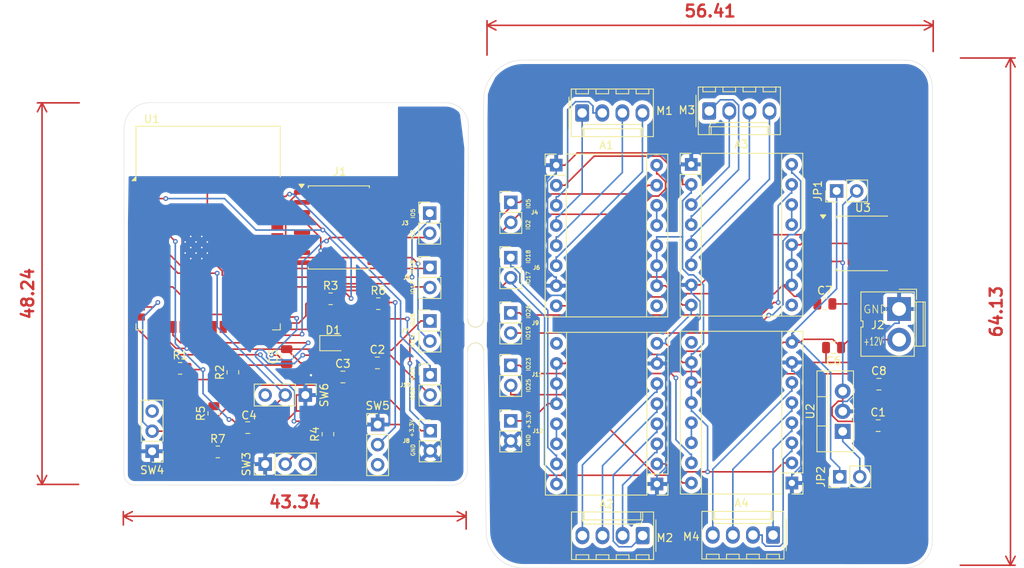
<source format=kicad_pcb>
(kicad_pcb (version 20241229) (generator "pcbnew") (generator_version "9.0")
  (layers (0 "F.Cu" signal) (2 "B.Cu" signal) (13 "F.Paste" user) (15 "B.Paste" user) (5 "F.SilkS" user "F.Silkscreen") (7 "B.SilkS" user "B.Silkscreen") (1 "F.Mask" user) (3 "B.Mask" user) (25 "Edge.Cuts" user))
  (net 0 "")
  (net 1 "GND")
  (net 2 "Net-(A1-2B)")
  (net 3 "+3.3V")
  (net 4 "/IO5")
  (net 5 "Net-(A1-~{RESET})")
  (net 6 "Net-(A1-2A)")
  (net 7 "+12V")
  (net 8 "Net-(A1-1B)")
  (net 9 "Net-(A1-1A)")
  (net 11 "/IO2")
  (net 13 "Net-(A2-~{RESET})")
  (net 14 "Net-(A2-2A)")
  (net 15 "Net-(A2-1A)")
  (net 16 "Net-(A2-2B)")
  (net 17 "/IO18")
  (net 18 "Net-(A2-1B)")
  (net 19 "/IO17")
  (net 20 "Net-(A3-~{RESET})")
  (net 21 "/IO19")
  (net 22 "Net-(A3-2B)")
  (net 24 "/IO26")
  (net 25 "Net-(A3-2A)")
  (net 26 "Net-(A3-1B)")
  (net 27 "Net-(A3-1A)")
  (net 29 "Net-(A4-2A)")
  (net 30 "Net-(A4-1B)")
  (net 31 "Net-(A4-2B)")
  (net 32 "Net-(A4-~{RESET})")
  (net 33 "Net-(A4-1A)")
  (net 34 "/IO25")
  (net 35 "/IO23")
  (net 36 "+5V")
  (net 37 "Net-(U1-EN)")
  (net 38 "Net-(U1-IO0)")
  (net 39 "Net-(D1-A)")
  (net 40 "/SCL")
  (net 41 "/SDA")
  (net 42 "Net-(JP2-B)")
  (net 43 "/LM_SW_1")
  (net 44 "/LM_SW_2")
  (net 45 "/LM_SW_3")
  (net 46 "/LM_SW_4")
  (footprint "Capacitor_SMD:C_0805_2012Metric" (layer "F.Cu") (at 162.65 101.36 90)
    (property "Reference" "C5")
    (property "Value" "0.1μF")
  )
  (footprint "Resistor_SMD:R_0805_2012Metric" (layer "F.Cu") (at 167.87 111.15 90)
    (property "Reference" "R4")
    (property "Value" "10KΩ")
  )
  (footprint "Capacitor_SMD:C_0805_2012Metric" (layer "F.Cu") (at 237.52 104.84)
    (property "Reference" "C8")
    (property "Value" "0.1μF")
  )
  (footprint "Module:Pololu_Breakout-16_15.2x20.3mm" (layer "F.Cu") (at 196.73 77.15)
    (property "Reference" "A1")
    (property "Value" "Pololu_Breakout_A4988")
  )
  (footprint "Resistor_SMD:R_0805_2012Metric" (layer "F.Cu") (at 155.85 103.34 90)
    (property "Reference" "R2")
    (property "Value" "10KΩ")
  )
  (footprint "Capacitor_SMD:C_0805_2012Metric" (layer "F.Cu") (at 157.73 110.33)
    (property "Reference" "C4")
    (property "Value" "0.1μF")
  )
  (footprint "Resistor_SMD:R_0805_2012Metric" (layer "F.Cu") (at 153.44 108.53 90)
    (property "Reference" "R5")
    (property "Value" "10KΩ")
  )
  (footprint "Connector_PinHeader_2.54mm:PinHeader_1x02_P2.54mm_Vertical" (layer "F.Cu") (at 180.78 103.665)
    (property "Reference" "J10")
    (property "Value" "m4i")
  )
  (footprint "Resistor_SMD:R_0805_2012Metric" (layer "F.Cu") (at 174.23 94.66)
    (property "Reference" "R6")
    (property "Value" "10KΩ")
  )
  (footprint "Capacitor_SMD:C_0805_2012Metric" (layer "F.Cu") (at 174.12 102.15)
    (property "Reference" "C2")
    (property "Value" "10μF")
  )
  (footprint "Panelization.pretty-master:mouse-bite-2mm-slot" (layer "F.Cu") (at 186.53 98.62 90)
    (property "Reference" "mouse-bite-2mm-slot" (hide yes))
    (property "Value" "VAL**" (hide yes))
  )
  (footprint "Connector_PinHeader_2.54mm:PinHeader_1x03_P2.54mm_Vertical" (layer "F.Cu") (at 145.64 113.32 180)
    (property "Reference" "SW4")
    (property "Value" "SW_SPST")
  )
  (footprint "Connector_PinHeader_2.54mm:PinHeader_1x02_P2.54mm_Vertical" (layer "F.Cu") (at 180.76 90.08)
    (property "Reference" "J5")
    (property "Value" "m2i")
  )
  (footprint "Connector_PinHeader_2.54mm:PinHeader_1x03_P2.54mm_Vertical" (layer "F.Cu") (at 174.15 109.94)
    (property "Reference" "SW5")
    (property "Value" "SW_SPST")
  )
  (footprint "Diode_SMD:D_0805_2012Metric" (layer "F.Cu") (at 168.52 99.65)
    (property "Reference" "D1")
    (property "Value" "LED")
  )
  (footprint "Capacitor_SMD:C_0805_2012Metric" (layer "F.Cu") (at 237.43 110.08)
    (property "Reference" "C1")
    (property "Value" "10μF")
  )
  (footprint "Connector:JWT_A3963_1x02_P3.96mm_Vertical" (layer "F.Cu") (at 240.08 95.3325 -90)
    (property "Reference" "J2")
    (property "Value" "Conn_01x02_Socket")
  )
  (footprint "Connector_PinHeader_2.54mm:PinHeader_1x02_P2.54mm_Vertical" (layer "F.Cu") (at 190.98 109.48)
    (property "Reference" "J12")
    (property "Value" "bt_conn_o")
  )
  (footprint "Package_TO_SOT_THT:TO-220-3_Vertical" (layer "F.Cu") (at 232.95 110.81 90)
    (property "Reference" "U2")
    (property "Value" "L7805")
  )
  (footprint "Connector_PinHeader_2.54mm:PinHeader_1x02_P2.54mm_Vertical" (layer "F.Cu") (at 232.18 80.41 90)
    (property "Reference" "JP1")
    (property "Value" "Jumper_2_Open")
  )
  (footprint "Connector_Molex:Molex_KK-254_AE-6410-04A_1x04_P2.54mm_Vertical" (layer "F.Cu") (at 224.14 123.91 180)
    (property "Reference" "M4")
    (property "Value" "Stepper_Motor_bipolar")
  )
  (footprint "Connector_PinHeader_2.54mm:PinHeader_1x02_P2.54mm_Vertical" (layer "F.Cu") (at 190.98 88.84)
    (property "Reference" "J6")
    (property "Value" "m2o")
  )
  (footprint "Connector_Molex:Molex_KK-254_AE-6410-04A_1x04_P2.54mm_Vertical" (layer "F.Cu") (at 207.66 123.98 180)
    (property "Reference" "M2")
    (property "Value" "Stepper_Motor_bipolar")
  )
  (footprint "Connector_PinHeader_2.54mm:PinHeader_1x02_P2.54mm_Vertical" (layer "F.Cu") (at 190.98 95.83)
    (property "Reference" "J9")
    (property "Value" "m3o")
  )
  (footprint "Package_SO:SOIC-16W_7.5x10.3mm_P1.27mm" (layer "F.Cu") (at 169.24 85.025)
    (property "Reference" "J1")
    (property "Value" "DS3231 RTC")
  )
  (footprint "Capacitor_SMD:C_0805_2012Metric" (layer "F.Cu") (at 230.69 94.69)
    (property "Reference" "C7")
    (property "Value" "10μF")
  )
  (footprint "Resistor_SMD:R_0805_2012Metric" (layer "F.Cu") (at 153.9425 113.4)
    (property "Reference" "R7")
    (property "Value" "10KΩ")
  )
  (footprint "Connector_PinHeader_2.54mm:PinHeader_1x02_P2.54mm_Vertical" (layer "F.Cu") (at 180.8 110.73)
    (property "Reference" "J8")
    (property "Value" "bt_conn_i")
  )
  (footprint "Module:Pololu_Breakout-16_15.2x20.3mm" (layer "F.Cu") (at 213.8 77.05)
    (property "Reference" "A3")
    (property "Value" "Pololu_Breakout_A4988")
  )
  (footprint "Resistor_SMD:R_0805_2012Metric" (layer "F.Cu") (at 149.19 102.84)
    (property "Reference" "R1")
    (property "Value" "10KΩ")
  )
  (footprint "Connector_PinHeader_2.54mm:PinHeader_1x03_P2.54mm_Vertical" (layer "F.Cu") (at 165.01 106.21 -90)
    (property "Reference" "SW6")
    (property "Value" "SW_SPST")
  )
  (footprint "Connector_PinHeader_2.54mm:PinHeader_1x02_P2.54mm_Vertical" (layer "F.Cu") (at 190.99 81.85)
    (property "Reference" "J4")
    (property "Value" "m1o")
  )
  (footprint "Connector_Molex:Molex_KK-254_AE-6410-04A_1x04_P2.54mm_Vertical" (layer "F.Cu") (at 216.07 70.3)
    (property "Reference" "M3")
    (property "Value" "Stepper_Motor_bipolar")
  )
  (footprint "Capacitor_SMD:C_0805_2012Metric" (layer "F.Cu") (at 231.79 100.21 180)
    (property "Reference" "C6")
    (property "Value" "100μF")
  )
  (footprint "RF_Module:ESP32-WROOM-32D" (layer "F.Cu") (at 152.72 88.09)
    (property "Reference" "U1")
    (property "Value" "ESP32-WROOM-32E")
  )
  (footprint "Capacitor_SMD:C_0805_2012Metric" (layer "F.Cu") (at 169.76 103.93)
    (property "Reference" "C3")
    (property "Value" "0.1μF")
  )
  (footprint "Package_TO_SOT_SMD:TO-252-2" (layer "F.Cu") (at 235.51 87.04)
    (property "Reference" "U3")
    (property "Value" "AMS1117-3.3")
  )
  (footprint "Connector_Molex:Molex_KK-254_AE-6410-04A_1x04_P2.54mm_Vertical" (layer "F.Cu") (at 200.01 70.55)
    (property "Reference" "M1")
    (property "Value" "Stepper_Motor_bipolar")
  )
  (footprint "Connector_PinHeader_2.54mm:PinHeader_1x02_P2.54mm_Vertical" (layer "F.Cu") (at 190.98 102.46)
    (property "Reference" "J11")
    (property "Value" "m4o")
  )
  (footprint "Connector_PinHeader_2.54mm:PinHeader_1x02_P2.54mm_Vertical" (layer "F.Cu") (at 180.73 83.21)
    (property "Reference" "J3")
    (property "Value" "m1i")
  )
  (footprint "Connector_PinHeader_2.54mm:PinHeader_1x02_P2.54mm_Vertical" (layer "F.Cu") (at 232.57 116.55 90)
    (property "Reference" "JP2")
    (property "Value" "Jumper_2_Open")
  )
  (footprint "Connector_PinHeader_2.54mm:PinHeader_1x03_P2.54mm_Vertical" (layer "F.Cu") (at 159.93 114.94 90)
    (property "Reference" "SW3")
    (property "Value" "SW_SPST")
  )
  (footprint "Connector_PinHeader_2.54mm:PinHeader_1x02_P2.54mm_Vertical" (layer "F.Cu") (at 180.76 96.845)
    (property "Reference" "J7")
    (property "Value" "m3i")
  )
  (footprint "Module:Pololu_Breakout-16_15.2x20.3mm" (layer "F.Cu") (at 209.46 117.46 180)
    (property "Reference" "A2")
    (property "Value" "Pololu_Breakout_A4988")
  )
  (footprint "Module:Pololu_Breakout-16_15.2x20.3mm" (layer "F.Cu") (at 226.52 117.33 180)
    (property "Reference" "A4")
    (property "Value" "Pololu_Breakout_A4988")
  )
  (footprint "Resistor_SMD:R_0805_2012Metric" (layer "F.Cu") (at 168.21 94.04)
    (property "Reference" "R3")
    (property "Value" "1KΩ")
  )
  (gr_arc (start 185.498924 115.758924) (mid 184.96 117.06) (end 183.658924 117.598924) (stroke (width 0.05)) (layer "Edge.Cuts"))
  (gr_line (start 187.55 100.59) (end 187.87 123.383669) (stroke (width 0.05)) (layer "Edge.Cuts"))
  (gr_arc (start 182.72 69.24) (mid 184.77061 70.08939) (end 185.62 72.14) (stroke (width 0.05)) (layer "Edge.Cuts"))
  (gr_line (start 192.56 63.86) (end 240.86 63.86) (stroke (width 0.05)) (layer "Edge.Cuts"))
  (gr_arc (start 142.09 72.47) (mid 143.061773 70.183489) (end 145.36 69.239755) (stroke (width 0.05)) (layer "Edge.Cuts"))
  (gr_arc (start 185.51 100.64) (mid 186.505003 99.60011) (end 187.549755 100.590007) (stroke (width 0.05)) (layer "Edge.Cuts"))
  (gr_line (start 145.36 69.24) (end 182.72 69.24) (stroke (width 0.05)) (layer "Edge.Cuts"))
  (gr_line (start 185.62 72.14) (end 185.51 96.63) (stroke (width 0.05)) (layer "Edge.Cuts"))
  (gr_arc (start 143.42 117.585406) (mid 142.465406 117.19) (end 142.07 116.235406) (stroke (width 0.05)) (layer "Edge.Cuts"))
  (gr_arc (start 187.544472 69.0612) (mid 188.947245 65.395055) (end 192.56 63.86) (stroke (width 0.05)) (layer "Edge.Cuts"))
  (gr_arc (start 187.55 96.6) (mid 186.545001 97.640086) (end 185.509853 96.630001) (stroke (width 0.05)) (layer "Edge.Cuts"))
  (gr_line (start 244.28 124.67) (end 244.28 67.28) (stroke (width 0.05)) (layer "Edge.Cuts"))
  (gr_line (start 142.09 72.47) (end 142.07 116.23) (stroke (width 0.05)) (layer "Edge.Cuts"))
  (gr_line (start 143.42 117.585406) (end 183.658924 117.598924) (stroke (width 0.05)) (layer "Edge.Cuts"))
  (gr_arc (start 244.28 124.67) (mid 243.278305 127.088305) (end 240.86 128.09) (stroke (width 0.05)) (layer "Edge.Cuts"))
  (gr_line (start 185.51 100.64) (end 185.498923 115.758924) (stroke (width 0.05)) (layer "Edge.Cuts"))
  (gr_line (start 187.55 96.6) (end 187.544594 69.064508) (stroke (width 0.05)) (layer "Edge.Cuts"))
  (gr_arc (start 240.86 63.86) (mid 243.278305 64.861695) (end 244.28 67.28) (stroke (width 0.05)) (layer "Edge.Cuts"))
  (gr_line (start 192.56 128.073669) (end 240.86 128.09) (stroke (width 0.05)) (layer "Edge.Cuts"))
  (gr_arc (start 192.56 128.073669) (mid 189.243669 126.7) (end 187.87 123.383669) (stroke (width 0.05)) (layer "Edge.Cuts"))
  (gr_text "+3.3V" (at 193.54 110.55 90) (layer "F.SilkS") (effects (font (size 0.5 0.5) (thickness 0.1)) (justify left bottom)))
  (gr_text "IO17" (at 193.49 92.36 90) (layer "F.SilkS") (effects (font (size 0.5 0.5) (thickness 0.1)) (justify left bottom)))
  (gr_text "IO18\n" (at 178.87 90.93 90) (layer "F.SilkS") (effects (font (size 0.5 0.5) (thickness 0.1)) (justify left bottom)))
  (gr_text "IO18\n" (at 193.49 89.64 90) (layer "F.SilkS") (effects (font (size 0.5 0.5) (thickness 0.1)) (justify left bottom)))
  (gr_text "+3.3V" (at 178.76 111.62 90) (layer "F.SilkS") (effects (font (size 0.5 0.5) (thickness 0.1)) (justify left bottom)))
  (gr_text "IO19" (at 178.88 100.3 90) (layer "F.SilkS") (effects (font (size 0.5 0.5) (thickness 0.1)) (justify left bottom)))
  (gr_text "GND" (at 193.5 112.77 90) (layer "F.SilkS") (effects (font (size 0.5 0.5) (thickness 0.1)) (justify left bottom)))
  (gr_text "IO2\n" (at 178.88 86.62 90) (layer "F.SilkS") (effects (font (size 0.5 0.5) (thickness 0.1)) (justify left bottom)))
  (gr_text "IO25" (at 193.51 105.94 90) (layer "F.SilkS") (effects (font (size 0.5 0.5) (thickness 0.1)) (justify left bottom)))
  (gr_text "IO26" (at 193.5 96.61 90) (layer "F.SilkS") (effects (font (size 0.5 0.5) (thickness 0.1)) (justify left bottom)))
  (gr_text "IO23" (at 193.51 103.25 90) (layer "F.SilkS") (effects (font (size 0.5 0.5) (thickness 0.1)) (justify left bottom)))
  (gr_text "GND" (at 235.49 95.96 0) (layer "F.SilkS") (effects (font (size 1 1) (thickness 0.1)) (justify left bottom)))
  (gr_text "IO5" (at 178.91 83.95 90) (layer "F.SilkS") (effects (font (size 0.5 0.5) (thickness 0.1)) (justify left bottom)))
  (gr_text "GND" (at 178.92 114 90) (layer "F.SilkS") (effects (font (size 0.5 0.5) (thickness 0.1)) (justify left bottom)))
  (gr_text "IO26" (at 178.89 97.63 90) (layer "F.SilkS") (effects (font (size 0.5 0.5) (thickness 0.1)) (justify left bottom)))
  (gr_text "IO23" (at 178.88 104.47 90) (layer "F.SilkS") (effects (font (size 0.5 0.5) (thickness 0.1)) (justify left bottom)))
  (gr_text "IO17" (at 178.9 93.57 90) (layer "F.SilkS") (effects (font (size 0.5 0.5) (thickness 0.1)) (justify left bottom)))
  (gr_text "IO2\n" (at 193.47 85.38 90) (layer "F.SilkS") (effects (font (size 0.5 0.5) (thickness 0.1)) (justify left bottom)))
  (gr_text "+12V\n" (at 235.53 100.03 0) (layer "F.SilkS") (effects (font (size 1 0.6) (thickness 0.1)) (justify left bottom)))
  (gr_text "IO25" (at 178.89 106.98 90) (layer "F.SilkS") (effects (font (size 0.5 0.5) (thickness 0.1)) (justify left bottom)))
  (gr_text "IO19" (at 193.48 99.31 90) (layer "F.SilkS") (effects (font (size 0.5 0.5) (thickness 0.1)) (justify left bottom)))
  (gr_text "IO5" (at 193.5 82.71 90) (layer "F.SilkS") (effects (font (size 0.5 0.5) (thickness 0.1)) (justify left bottom)))
  (dimension (type orthogonal) (layer "F.Cu") (pts (xy 136.84 117.51) (xy 136.92 69.27)) (height -5.12) (orientation 1) (format (prefix "") (suffix "") (units 3) (units_format 0) (precision 4) (suppress_zeroes yes)) (style (thickness 0.2) (arrow_length 1.27) (text_position_mode 0) (arrow_direction outward) (extension_height 0.58642) (extension_offset 0.5) (keep_text_aligned yes)) (gr_text "48.24" (at 129.92 93.39 90) (layer "F.Cu") (effects (font (size 1.5 1.5) (thickness 0.3)))))
  (dimension (type orthogonal) (layer "F.Cu") (pts (xy 185.34 123.655406) (xy 142 123.14)) (height -2.115406) (orientation 0) (format (prefix "") (suffix "") (units 3) (units_format 0) (precision 4) (suppress_zeroes yes)) (style (thickness 0.2) (arrow_length 1.27) (text_position_mode 0) (arrow_direction outward) (extension_height 0.58642) (extension_offset 0.5) (keep_text_aligned yes)) (gr_text "43.34" (at 163.67 119.74 0) (layer "F.Cu") (effects (font (size 1.5 1.5) (thickness 0.3)))))
  (dimension (type orthogonal) (layer "F.Cu") (pts (xy 187.98 63.73) (xy 244.39 63.28)) (height -4.26) (orientation 0) (format (prefix "") (suffix "") (units 3) (units_format 0) (precision 4) (suppress_zeroes yes)) (style (thickness 0.2) (arrow_length 1.27) (text_position_mode 0) (arrow_direction outward) (extension_height 0.58642) (extension_offset 0.5) (keep_text_aligned yes)) (gr_text "56.41" (at 216.185 57.67 0) (layer "F.Cu") (effects (font (size 1.5 1.5) (thickness 0.3)))))
  (dimension (type orthogonal) (layer "F.Cu") (pts (xy 247.34 63.6) (xy 247.32 127.73)) (height 6.82) (orientation 1) (format (prefix "") (suffix "") (units 3) (units_format 0) (precision 4) (suppress_zeroes yes)) (style (thickness 0.2) (arrow_length 1.27) (text_position_mode 0) (arrow_direction outward) (extension_height 0.58642) (extension_offset 0.5) (keep_text_aligned yes)) (gr_text "64.13" (at 252.36 95.665 90) (layer "F.Cu") (effects (font (size 1.5 1.5) (thickness 0.3)))))
  (segment (start 164.4342 106.21) (end 165.01 106.21) (width 0.2) (layer "F.Cu") (net 1))
  (segment (start 213.8 77.05) (end 212.6983 77.05) (width 0.2) (layer "F.Cu") (net 1))
  (segment (start 174.15 109.94) (end 172.9983 109.94) (width 0.2) (layer "F.Cu") (net 1))
  (segment (start 196.73 92.39) (end 197.8317 92.39) (width 0.2) (layer "F.Cu") (net 1))
  (segment (start 149.82 88.96) (end 150.52 88.96) (width 0.2) (layer "F.Cu") (net 1))
  (segment (start 198.9372 91.2845) (end 211.6928 91.2845) (width 0.2) (layer "F.Cu") (net 1))
  (segment (start 210.5638 102.22) (end 210.5617 102.22) (width 0.2) (layer "F.Cu") (net 1))
  (segment (start 177.47 109.94) (end 174.15 109.94) (width 0.2) (layer "F.Cu") (net 1))
  (segment (start 230.84 102.09) (end 230.84 100.21) (width 0.2) (layer "F.Cu") (net 1))
  (segment (start 151.22 86.16) (end 150.52 86.16) (width 0.2) (layer "F.Cu") (net 1))
  (segment (start 158.68 110.33) (end 161.7533 110.33) (width 0.2) (layer "F.Cu") (net 1))
  (segment (start 195.3183 116.3583) (end 190.98 112.02) (width 0.2) (layer "F.Cu") (net 1))
  (segment (start 163.8583 106.21) (end 163.8583 108.225) (width 0.2) (layer "F.Cu") (net 1))
  (segment (start 147.01 97.6) (end 147.01 98.6517) (width 0.2) (layer "F.Cu") (net 1))
  (segment (start 163.8583 108.225) (end 171.2833 108.225) (width 0.2) (layer "F.Cu") (net 1))
  (segment (start 146.7917 113.32) (end 148.4117 114.94) (width 0.2) (layer "F.Cu") (net 1))
  (segment (start 152.62 88.96) (end 151.92 88.96) (width 0.2) (layer "F.Cu") (net 1))
  (segment (start 237.6358 94.69) (end 238.2783 95.3325) (width 0.2) (layer "F.Cu") (net 1))
  (segment (start 211.6928 91.2845) (end 212.6983 92.29) (width 0.2) (layer "F.Cu") (net 1))
  (segment (start 180.8 113.27) (end 177.47 109.94) (width 0.2) (layer "F.Cu") (net 1))
  (segment (start 213.8 92.29) (end 212.6983 92.29) (width 0.2) (layer "F.Cu") (net 1))
  (segment (start 151.22 86.16) (end 151.92 86.16) (width 0.2) (layer "F.Cu") (net 1))
  (segment (start 214.7995 103.2392) (end 211.583 103.2392) (width 0.2) (layer "F.Cu") (net 1))
  (segment (start 168.81 102.15) (end 168.81 103.93) (width 0.2) (layer "F.Cu") (net 1))
  (segment (start 147.01 98.6517) (end 148.6743 100.316) (width 0.2) (layer "F.Cu") (net 1))
  (segment (start 148.6743 100.316) (end 150.0222 100.316) (width 0.2) (layer "F.Cu") (net 1))
  (segment (start 213.8 92.29) (end 214.9017 92.29) (width 0.2) (layer "F.Cu") (net 1))
  (segment (start 149.82 87.56) (end 150.52 87.56) (width 0.2) (layer "F.Cu") (net 1))
  (segment (start 150.1162 100.41) (end 162.65 100.41) (width 0.2) (layer "F.Cu") (net 1))
  (segment (start 196.73 77.15) (end 197.8317 77.15) (width 0.2) (layer "F.Cu") (net 1))
  (segment (start 209.46 102.22) (end 210.5617 102.22) (width 0.2) (layer "F.Cu") (net 1))
  (segment (start 164.59 84.39) (end 165.0043 84.39) (width 0.2) (layer "F.Cu") (net 1))
  (segment (start 230.84 102.09) (end 226.52 102.09) (width 0.2) (layer "F.Cu") (net 1))
  (segment (start 151.92 87.56) (end 151.22 87.56) (width 0.2) (layer "F.Cu") (net 1))
  (segment (start 164.4342 106.21) (end 163.8583 106.21) (width 0.2) (layer "F.Cu") (net 1))
  (segment (start 238.47 104.84) (end 235.72 102.09) (width 0.2) (layer "F.Cu") (net 1))
  (segment (start 230.47 84.76) (end 229.29 85.94) (width 0.2) (layer "F.Cu") (net 1))
  (segment (start 238.38 108.27) (end 232.95 108.27) (width 0.2) (layer "F.Cu") (net 1))
  (segment (start 166.8225 100.41) (end 167.5825 99.65) (width 0.2) (layer "F.Cu") (net 1))
  (segment (start 168.5847 103.7047) (end 168.81 103.93) (width 0.2) (layer "F.Cu") (net 1))
  (segment (start 165.7199 103.7047) (end 168.5847 103.7047) (width 0.2) (layer "F.Cu") (net 1))
  (segment (start 211.2537 75.6054) (end 199.3763 75.6054) (width 0.2) (layer "F.Cu") (net 1))
  (segment (start 231.64 94.69) (end 237.6358 94.69) (width 0.2) (layer "F.Cu") (net 1))
  (segment (start 221.2517 85.94) (end 214.9017 92.29) (width 0.2) (layer "F.Cu") (net 1))
  (segment (start 165.0043 84.39) (end 166.9598 86.3455) (width 0.2) (layer "F.Cu") (net 1))
  (segment (start 149.82 86.16) (end 150.52 86.16) (width 0.2) (layer "F.Cu") (net 1))
  (segment (start 212.6983 77.05) (end 211.2537 75.6054) (width 0.2) (layer "F.Cu") (net 1))
  (segment (start 199.3763 75.6054) (end 197.8317 77.15) (width 0.2) (layer "F.Cu") (net 1))
  (segment (start 161.7533 110.33) (end 163.8583 108.225) (width 0.2) (layer "F.Cu") (net 1))
  (segment (start 166.9598 86.3455) (end 166.9598 87.9616) (width 0.2) (layer "F.Cu") (net 1))
  (segment (start 207.2566 116.3583) (end 195.3183 116.3583) (width 0.2) (layer "F.Cu") (net 1))
  (segment (start 143.97 79.84) (end 152.62 79.84) (width 0.2) (layer "F.Cu") (net 1))
  (segment (start 171.2833 108.225) (end 172.9983 109.94) (width 0.2) (layer "F.Cu") (net 1))
  (segment (start 197.8317 92.39) (end 198.9372 91.2845) (width 0.2) (layer "F.Cu") (net 1))
  (segment (start 150.0222 100.316) (end 150.1162 100.41) (width 0.2) (layer "F.Cu") (net 1))
  (segment (start 151.195 86.86) (end 149.82 86.86) (width 0.2) (layer "F.Cu") (net 1))
  (segment (start 208.3583 117.46) (end 207.2566 116.3583) (width 0.2) (layer "F.Cu") (net 1))
  (segment (start 211.583 103.2392) (end 210.5638 102.22) (width 0.2) (layer "F.Cu") (net 1))
  (segment (start 240.08 95.3325) (end 238.2783 95.3325) (width 0.2) (layer "F.Cu") (net 1))
  (segment (start 229.29 85.94) (end 221.2517 85.94) (width 0.2) (layer "F.Cu") (net 1))
  (segment (start 168.81 102.15) (end 164.39 102.15) (width 0.2) (layer "F.Cu") (net 1))
  (segment (start 162.65 100.41) (end 166.8225 100.41) (width 0.2) (layer "F.Cu") (net 1))
  (segment (start 238.38 110.08) (end 238.38 108.27) (width 0.2) (layer "F.Cu") (net 1))
  (segment (start 150.52 87.56) (end 151.22 87.56) (width 0.2) (layer "F.Cu") (net 1))
  (segment (start 151.92 88.96) (end 151.22 88.96) (width 0.2) (layer "F.Cu") (net 1))
  (segment (start 149.82 88.26) (end 151.195 88.26) (width 0.2) (layer "F.Cu") (net 1))
  (segment (start 215.9487 102.09) (end 214.7995 103.2392) (width 0.2) (layer "F.Cu") (net 1))
  (segment (start 209.46 117.46) (end 208.3583 117.46) (width 0.2) (layer "F.Cu") (net 1))
  (segment (start 238.38 108.27) (end 238.38 104.93) (width 0.2) (layer "F.Cu") (net 1))
  (segment (start 235.72 102.09) (end 230.84 102.09) (width 0.2) (layer "F.Cu") (net 1))
  (segment (start 164.39 102.15) (end 162.65 100.41) (width 0.2) (layer "F.Cu") (net 1))
  (segment (start 152.62 88.26) (end 151.195 88.26) (width 0.2) (layer "F.Cu") (net 1))
  (segment (start 145.64 113.32) (end 146.7917 113.32) (width 0.2) (layer "F.Cu") (net 1))
  (segment (start 173.17 102.15) (end 168.81 102.15) (width 0.2) (layer "F.Cu") (net 1))
  (segment (start 152.62 87.56) (end 151.92 87.56) (width 0.2) (layer "F.Cu") (net 1))
  (segment (start 152.62 79.84) (end 161.47 79.84) (width 0.2) (layer "F.Cu") (net 1))
  (segment (start 226.52 102.09) (end 215.9487 102.09) (width 0.2) (layer "F.Cu") (net 1))
  (segment (start 238.38 104.93) (end 238.47 104.84) (width 0.2) (layer "F.Cu") (net 1))
  (segment (start 152.62 86.16) (end 151.92 86.16) (width 0.2) (layer "F.Cu") (net 1))
  (segment (start 148.4117 114.94) (end 159.93 114.94) (width 0.2) (layer "F.Cu") (net 1))
  (segment (start 152.62 79.84) (end 152.62 86.16) (width 0.2) (layer "F.Cu") (net 1))
  (via (at 166.9598 87.9616) (size 0.6) (drill 0.3) (layers "F.Cu" "B.Cu") (net 1))
  (via (at 165.7199 103.7047) (size 0.6) (drill 0.3) (layers "F.Cu" "B.Cu") (net 1))
  (via (at 150.0222 100.316) (size 0.6) (drill 0.3) (layers "F.Cu" "B.Cu") (net 1))
  (segment (start 199.27 94.15) (end 199.27 118.53) (width 0.2) (layer "B.Cu") (net 1))
  (segment (start 226.6578 116.2283) (end 227.6638 115.2223) (width 0.2) (layer "B.Cu") (net 1))
  (segment (start 196.5923 78.2517) (end 195.6247 79.2193) (width 0.2) (layer "B.Cu") (net 1))
  (segment (start 196.73 92.39) (end 196.73 91.2883) (width 0.2) (layer "B.Cu") (net 1))
  (segment (start 198.73 93.61) (end 199.27 94.15) (width 0.2) (layer "B.Cu") (net 1))
  (segment (start 238.2783 98.3728) (end 239.5169 97.1342) (width 0.2) (layer "B.Cu") (net 1))
  (segment (start 165.01 104.4146) (end 165.7199 103.7047) (width 0.2) (layer "B.Cu") (net 1))
  (segment (start 227.6638 104.1072) (end 226.7483 103.1917) (width 0.2) (layer "B.Cu") (net 1))
  (segment (start 227.6638 115.2223) (end 227.6638 104.1072) (width 0.2) (layer "B.Cu") (net 1))
  (segment (start 213.8 93.3917) (end 213.9377 93.3917) (width 0.2) (layer "B.Cu") (net 1))
  (segment (start 226.52 102.09) (end 226.52 103.1917) (width 0.2) (layer "B.Cu") (net 1))
  (segment (start 239.5169 97.1342) (end 240.08 97.1342) (width 0.2) (layer "B.Cu") (net 1))
  (segment (start 213.9377 93.3917) (end 214.9403 94.3943) (width 0.2) (layer "B.Cu") (net 1))
  (segment (start 165.01 106.21) (end 165.01 104.4146) (width 0.2) (layer "B.Cu") (net 1))
  (segment (start 149.82 88.26) (end 149.82 86.86) (width 0.2) (layer "B.Cu") (net 1))
  (segment (start 159.93 114.94) (end 159.93 113.7883) (width 0.2) (layer "B.Cu") (net 1))
  (segment (start 152.62 88.26) (end 152.62 86.86) (width 0.2) (layer "B.Cu") (net 1))
  (segment (start 191.99 119.55) (end 191.99 113.03) (width 0.2) (layer "B.Cu") (net 1))
  (segment (start 150.52 88.96) (end 151.195 88.285) (width 0.2) (layer "B.Cu") (net 1))
  (segment (start 214.9403 96.538) (end 210.36 101.1183) (width 0.2) (layer "B.Cu") (net 1))
  (segment (start 226.52 117.33) (end 226.52 116.2283) (width 0.2) (layer "B.Cu") (net 1))
  (segment (start 209.46 102.22) (end 209.46 101.1183) (width 0.2) (layer "B.Cu") (net 1))
  (segment (start 193.88 78.72) (end 193.88 92.57) (width 0.2) (layer "B.Cu") (net 1))
  (segment (start 165.01 106.685) (end 165.01 107.3617) (width 0.2) (layer "B.Cu") (net 1))
  (segment (start 195.6247 79.2193) (end 195.6247 90.4113) (width 0.2) (layer "B.Cu") (net 1))
  (segment (start 151.195 88.285) (end 151.195 88.26) (width 0.2) (layer "B.Cu") (net 1))
  (segment (start 165.01 108.9389) (end 165.01 107.3617) (width 0.2) (layer "B.Cu") (net 1))
  (segment (start 199.27 118.53) (end 198.25 119.55) (width 0.2) (layer "B.Cu") (net 1))
  (segment (start 210.5727 115.3833) (end 210.5727 101.331) (width 0.2) (layer "B.Cu") (net 1))
  (segment (start 196.73 77.15) (end 196.73 78.2517) (width 0.2) (layer "B.Cu") (net 1))
  (segment (start 226.7483 103.1917) (end 226.52 103.1917) (width 0.2) (layer "B.Cu") (net 1))
  (segment (start 196.73 78.2517) (end 196.5923 78.2517) (width 0.2) (layer "B.Cu") (net 1))
  (segment (start 209.46 117.46) (end 209.46 116.3583) (width 0.2) (layer "B.Cu") (net 1))
  (segment (start 233.4987 107.0158) (end 238.2783 102.2362) (width 0.2) (layer "B.Cu") (net 1))
  (segment (start 226.52 116.2283) (end 226.6578 116.2283) (width 0.2) (layer "B.Cu") (net 1))
  (segment (start 198.25 119.55) (end 191.99 119.55) (width 0.2) (layer "B.Cu") (net 1))
  (segment (start 195.6247 90.4113) (end 196.5017 91.2883) (width 0.2) (layer "B.Cu") (net 1))
  (segment (start 232.95 108.27) (end 232.95 107.0158) (width 0.2) (layer "B.Cu") (net 1))
  (segment (start 150.52 99.8182) (end 150.52 88.96) (width 0.2) (layer "B.Cu") (net 1))
  (segment (start 193.88 92.57) (end 194.92 93.61) (width 0.2) (layer "B.Cu") (net 1))
  (segment (start 191.99 113.03) (end 190.98 112.02) (width 0.2) (layer "B.Cu") (net 1))
  (segment (start 166.9598 102.4648) (end 165.7199 103.7047) (width 0.2) (layer "B.Cu") (net 1))
  (segment (start 150.52 87.56) (end 150.52 88.96) (width 0.2) (layer "B.Cu") (net 1))
  (segment (start 160.1606 113.7883) (end 165.01 108.9389) (width 0.2) (layer "B.Cu") (net 1))
  (segment (start 209.5977 116.3583) (end 210.5727 115.3833) (width 0.2) (layer "B.Cu") (net 1))
  (segment (start 150.52 86.16) (end 150.52 87.56) (width 0.2) (layer "B.Cu") (net 1))
  (segment (start 210.36 101.1183) (end 209.46 101.1183) (width 0.2) (layer "B.Cu") (net 1))
  (segment (start 194.92 93.61) (end 198.73 93.61) (width 0.2) (layer "B.Cu") (net 1))
  (segment (start 159.93 113.7883) (end 160.1606 113.7883) (width 0.2) (layer "B.Cu") (net 1))
  (segment (start 240.08 95.3325) (end 240.08 97.1342) (width 0.2) (layer "B.Cu") (net 1))
  (segment (start 210.5727 101.331) (end 210.36 101.1183) (width 0.2) (layer "B.Cu") (net 1))
  (segment (start 196.5017 91.2883) (end 196.73 91.2883) (width 0.2) (layer "B.Cu") (net 1))
  (segment (start 195.45 77.15) (end 193.88 78.72) (width 0.2) (layer "B.Cu") (net 1))
  (segment (start 150.0222 100.316) (end 150.52 99.8182) (width 0.2) (layer "B.Cu") (net 1))
  (segment (start 165.01 106.685) (end 165.01 106.21) (width 0.2) (layer "B.Cu") (net 1))
  (segment (start 209.46 116.3583) (end 209.5977 116.3583) (width 0.2) (layer "B.Cu") (net 1))
  (segment (start 213.8 92.29) (end 213.8 93.3917) (width 0.2) (layer "B.Cu") (net 1))
  (segment (start 196.73 77.15) (end 195.45 77.15) (width 0.2) (layer "B.Cu") (net 1))
  (segment (start 238.2783 102.2362) (end 238.2783 98.3728) (width 0.2) (layer "B.Cu") (net 1))
  (segment (start 214.9403 94.3943) (end 214.9403 96.538) (width 0.2) (layer "B.Cu") (net 1))
  (segment (start 166.9598 87.9616) (end 166.9598 102.4648) (width 0.2) (layer "B.Cu") (net 1))
  (segment (start 232.95 107.0158) (end 233.4987 107.0158) (width 0.2) (layer "B.Cu") (net 1))
  (segment (start 196.8677 88.7483) (end 207.63 77.986) (width 0.2) (layer "B.Cu") (net 2))
  (segment (start 196.73 88.7483) (end 196.8677 88.7483) (width 0.2) (layer "B.Cu") (net 2))
  (segment (start 196.73 89.85) (end 196.73 88.7483) (width 0.2) (layer "B.Cu") (net 2))
  (segment (start 207.63 77.986) (end 207.63 70.55) (width 0.2) (layer "B.Cu") (net 2))
  (segment (start 213.82 104.63) (end 214.9217 104.63) (width 0.2) (layer "F.Cu") (net 3))
  (segment (start 211.7061 101.0778) (end 212.7183 102.09) (width 0.2) (layer "F.Cu") (net 3))
  (segment (start 155.85 107.0325) (end 155.85 104.9594) (width 0.2) (layer "F.Cu") (net 3))
  (segment (start 173.8777 104.9594) (end 179.6483 110.73) (width 0.2) (layer "F.Cu") (net 3))
  (segment (start 214.9217 104.63) (end 216.033 103.5187) (width 0.2) (layer "F.Cu") (net 3))
  (segment (start 178.23 99.21) (end 178.23 102.2) (width 0.2) (layer "F.Cu") (net 3))
  (segment (start 171.647 92.9895) (end 170.05 92.9895) (width 0.2) (layer "F.Cu") (net 3))
  (segment (start 144.23 81.37) (end 143.97 81.11) (width 0.2) (layer "F.Cu") (net 3))
  (segment (start 235.2487 103.5187) (end 236.57 104.84) (width 0.2) (layer "F.Cu") (net 3))
  (segment (start 154.0336 114.4036) (end 153.03 113.4) (width 0.2) (layer "F.Cu") (net 3))
  (segment (start 153.44 109.4425) (end 155.85 107.0325) (width 0.2) (layer "F.Cu") (net 3))
  (segment (start 211.5334 93.3917) (end 224.2966 93.3917) (width 0.2) (layer "F.Cu") (net 3))
  (segment (start 215.8665 115.9174) (end 211.5591 115.9174) (width 0.2) (layer "F.Cu") (net 3))
  (segment (start 173.29 103.93) (end 170.71 103.93) (width 0.2) (layer "F.Cu") (net 3))
  (segment (start 226.52 114.79) (end 225.4183 114.79) (width 0.2) (layer "F.Cu") (net 3))
  (segment (start 209.43 92.39) (end 210.5317 92.39) (width 0.2) (layer "F.Cu") (net 3))
  (segment (start 167.2996 94.04) (end 168.3501 92.9895) (width 0.2) (layer "F.Cu") (net 3))
  (segment (start 155.85 104.9594) (end 155.85 104.2525) (width 0.2) (layer "F.Cu") (net 3))
  (segment (start 153.03 113.4) (end 153.03 109.8525) (width 0.2) (layer "F.Cu") (net 3))
  (segment (start 180.8 110.73) (end 179.6483 110.73) (width 0.2) (layer "F.Cu") (net 3))
  (segment (start 147.36 81.37) (end 144.23 81.37) (width 0.2) (layer "F.Cu") (net 3))
  (segment (start 153.03 109.8525) (end 153.44 109.4425) (width 0.2) (layer "F.Cu") (net 3))
  (segment (start 213.82 102.09) (end 212.7183 102.09) (width 0.2) (layer "F.Cu") (net 3))
  (segment (start 170.71 104.9594) (end 170.71 103.93) (width 0.2) (layer "F.Cu") (net 3))
  (segment (start 170.05 92.9895) (end 168.3501 92.9895) (width 0.2) (layer "F.Cu") (net 3))
  (segment (start 213.8 79.59) (end 212.6983 79.59) (width 0.2) (layer "F.Cu") (net 3))
  (segment (start 155.85 104.9594) (end 170.71 104.9594) (width 0.2) (layer "F.Cu") (net 3))
  (segment (start 157.8072 112.0625) (end 155.4661 114.4036) (width 0.2) (layer "F.Cu") (net 3))
  (segment (start 216.033 103.5187) (end 235.2487 103.5187) (width 0.2) (layer "F.Cu") (net 3))
  (segment (start 170.05 93.25) (end 170.8 94) (width 0.2) (layer "F.Cu") (net 3))
  (segment (start 224.2966 93.3917) (end 225.3983 92.29) (width 0.2) (layer "F.Cu") (net 3))
  (segment (start 173.3175 94.66) (end 175.2375 96.58) (width 0.2) (layer "F.Cu") (net 3))
  (segment (start 226.5 92.29) (end 225.3983 92.29) (width 0.2) (layer "F.Cu") (net 3))
  (segment (start 196.76 102.22) (end 197.8617 102.22) (width 0.2) (layer "F.Cu") (net 3))
  (segment (start 175.2375 96.58) (end 177.91 96.58) (width 0.2) (layer "F.Cu") (net 3))
  (segment (start 209.8945 76.0071) (end 212.6983 78.8109) (width 0.2) (layer "F.Cu") (net 3))
  (segment (start 167.87 112.0625) (end 157.8072 112.0625) (width 0.2) (layer "F.Cu") (net 3))
  (segment (start 196.73 79.69) (end 197.8317 79.69) (width 0.2) (layer "F.Cu") (net 3))
  (segment (start 193.4783 109.48) (end 195.6583 107.3) (width 0.2) (layer "F.Cu") (net 3))
  (segment (start 149.69 104.2525) (end 148.2775 102.84) (width 0.2) (layer "F.Cu") (net 3))
  (segment (start 226.5 87.21) (end 227.6017 87.21) (width 0.2) (layer "F.Cu") (net 3))
  (segment (start 155.85 104.2525) (end 149.69 104.2525) (width 0.2) (layer "F.Cu") (net 3))
  (segment (start 155.4661 114.4036) (end 154.0336 114.4036) (width 0.2) (layer "F.Cu") (net 3))
  (segment (start 227.7717 87.04) (end 227.6017 87.21) (width 0.2) (layer "F.Cu") (net 3))
  (segment (start 226.8366 93.7283) (end 225.3983 92.29) (width 0.2) (layer "F.Cu") (net 3))
  (segment (start 224.2909 115.9174) (end 215.8665 115.9174) (width 0.2) (layer "F.Cu") (net 3))
  (segment (start 209.46 114.92) (end 210.5617 114.92) (width 0.2) (layer "F.Cu") (net 3))
  (segment (start 201.5146 76.0071) (end 209.8945 76.0071) (width 0.2) (layer "F.Cu") (net 3))
  (segment (start 199.0039 101.0778) (end 211.7061 101.0778) (width 0.2) (layer "F.Cu") (net 3))
  (segment (start 228.7783 93.7283) (end 226.8366 93.7283) (width 0.2) (layer "F.Cu") (net 3))
  (segment (start 171.647 92.9895) (end 173.3175 94.66) (width 0.2) (layer "F.Cu") (net 3))
  (segment (start 197.8317 79.69) (end 201.5146 76.0071) (width 0.2) (layer "F.Cu") (net 3))
  (segment (start 229.74 94.69) (end 228.7783 93.7283) (width 0.2) (layer "F.Cu") (net 3))
  (segment (start 197.8617 102.22) (end 199.0039 101.0778) (width 0.2) (layer "F.Cu") (net 3))
  (segment (start 164.99 83.12) (end 167.22 85.35) (width 0.2) (layer "F.Cu") (net 3))
  (segment (start 196.76 107.3) (end 195.6583 107.3) (width 0.2) (layer "F.Cu") (net 3))
  (segment (start 170.71 104.9594) (end 173.8777 104.9594) (width 0.2) (layer "F.Cu") (net 3))
  (segment (start 236.77 87.04) (end 227.7717 87.04) (width 0.2) (layer "F.Cu") (net 3))
  (segment (start 164.59 83.12) (end 164.99 83.12) (width 0.2) (layer "F.Cu") (net 3))
  (segment (start 175.07 102.15) (end 173.29 103.93) (width 0.2) (layer "F.Cu") (net 3))
  (segment (start 178.48 98.96) (end 178.23 99.21) (width 0.2) (layer "F.Cu") (net 3))
  (segment (start 211.5591 115.9174) (end 210.5617 114.92) (width 0.2) (layer "F.Cu") (net 3))
  (segment (start 210.5317 92.39) (end 211.5334 93.3917) (width 0.2) (layer "F.Cu") (net 3))
  (segment (start 225.4183 114.79) (end 224.2909 115.9174) (width 0.2) (layer "F.Cu") (net 3))
  (segment (start 167.2975 94.04) (end 167.2996 94.04) (width 0.2) (layer "F.Cu") (net 3))
  (segment (start 212.6983 78.8109) (end 212.6983 79.59) (width 0.2) (layer "F.Cu") (net 3))
  (segment (start 190.98 109.48) (end 193.4783 109.48) (width 0.2) (layer "F.Cu") (net 3))
  (segment (start 170.05 92.9895) (end 170.05 93.25) (width 0.2) (layer "F.Cu") (net 3))
  (via (at 178.48 98.96) (size 0.6) (drill 0.3) (layers "F.Cu" "B.Cu") (net 3))
  (via (at 170.8 94) (size 0.6) (drill 0.3) (layers "F.Cu" "B.Cu") (net 3))
  (via (at 178.23 102.2) (size 0.6) (drill 0.3) (layers "F.Cu" "B.Cu") (net 3))
  (via (at 215.8665 115.9174) (size 0.6) (drill 0.3) (layers "F.Cu" "B.Cu") (net 3))
  (via (at 147.36 81.37) (size 0.6) (drill 0.3) (layers "F.Cu" "B.Cu") (net 3))
  (via (at 177.91 96.58) (size 0.6) (drill 0.3) (layers "F.Cu" "B.Cu") (net 3))
  (via (at 167.22 85.35) (size 0.6) (drill 0.3) (layers "F.Cu" "B.Cu") (net 3))
  (segment (start 167.32 85.35) (end 167.22 85.35) (width 0.2) (layer "B.Cu") (net 3))
  (segment (start 215.8665 115.9174) (end 215.8665 110.1804) (width 0.2) (layer "B.Cu") (net 3))
  (segment (start 226.5 87.21) (end 226.5 89.75) (width 0.2) (layer "B.Cu") (net 3))
  (segment (start 213.82 107.5086) (end 213.82 107.17) (width 0.2) (layer "B.Cu") (net 3))
  (segment (start 213.82 107.5086) (end 213.82 108.2717) (width 0.2) (layer "B.Cu") (net 3))
  (segment (start 209.43 87.31) (end 209.43 86.2083) (width 0.2) (layer "B.Cu") (net 3))
  (segment (start 177.91 98.39) (end 178.48 98.96) (width 0.2) (layer "B.Cu") (net 3))
  (segment (start 196.76 107.3) (end 196.76 104.76) (width 0.2) (layer "B.Cu") (net 3))
  (segment (start 212.6983 81.6556) (end 212.6983 86.2083) (width 0.2) (layer "B.Cu") (net 3))
  (segment (start 178.23 108.16) (end 180.8 110.73) (width 0.2) (layer "B.Cu") (net 3))
  (segment (start 167.22 85.35) (end 158.76 85.35) (width 0.2) (layer "B.Cu") (net 3))
  (segment (start 226.5 92.29) (end 226.5 89.75) (width 0.2) (layer "B.Cu") (net 3))
  (segment (start 209.43 89.85) (end 209.43 92.39) (width 0.2) (layer "B.Cu") (net 3))
  (segment (start 196.76 104.76) (end 196.76 102.22) (width 0.2) (layer "B.Cu") (net 3))
  (segment (start 177.91 96.58) (end 177.91 98.39) (width 0.2) (layer "B.Cu") (net 3))
  (segment (start 213.82 102.09) (end 213.82 100.9883) (width 0.2) (layer "B.Cu") (net 3))
  (segment (start 213.4726 91.02) (end 214.09 91.02) (width 0.2) (layer "B.Cu") (net 3))
  (segment (start 213.8 80.6917) (end 213.6622 80.6917) (width 0.2) (layer "B.Cu") (net 3))
  (segment (start 170.8 94) (end 170.8 89.04) (width 0.2) (layer "B.Cu") (net 3))
  (segment (start 170.8 89.04) (end 168.25 86.49) (width 0.2) (layer "B.Cu") (net 3))
  (segment (start 213.9578 108.2717) (end 213.82 108.2717) (width 0.2) (layer "B.Cu") (net 3))
  (segment (start 213.6622 80.6917) (end 212.6983 81.6556) (width 0.2) (layer "B.Cu") (net 3))
  (segment (start 213.8 79.59) (end 213.8 80.6917) (width 0.2) (layer "B.Cu") (net 3))
  (segment (start 158.76 85.35) (end 154.78 81.37) (width 0.2) (layer "B.Cu") (net 3))
  (segment (start 213.82 107.17) (end 213.82 104.63) (width 0.2) (layer "B.Cu") (net 3))
  (segment (start 215.349 99.6876) (end 214.0483 100.9883) (width 0.2) (layer "B.Cu") (net 3))
  (segment (start 212.6983 90.2457) (end 213.4726 91.02) (width 0.2) (layer "B.Cu") (net 3))
  (segment (start 178.23 102.2) (end 178.23 108.16) (width 0.2) (layer "B.Cu") (net 3))
  (segment (start 215.349 92.279) (end 215.349 99.6876) (width 0.2) (layer "B.Cu") (net 3))
  (segment (start 215.8665 110.1804) (end 213.9578 108.2717) (width 0.2) (layer "B.Cu") (net 3))
  (segment (start 168.25 86.28) (end 167.32 85.35) (width 0.2) (layer "B.Cu") (net 3))
  (segment (start 214.09 91.02) (end 215.349 92.279) (width 0.2) (layer "B.Cu") (net 3))
  (segment (start 212.6983 86.2083) (end 212.6983 90.2457) (width 0.2) (layer "B.Cu") (net 3))
  (segment (start 209.43 89.85) (end 209.43 87.31) (width 0.2) (layer "B.Cu") (net 3))
  (segment (start 214.0483 100.9883) (end 213.82 100.9883) (width 0.2) (layer "B.Cu") (net 3))
  (segment (start 154.78 81.37) (end 147.36 81.37) (width 0.2) (layer "B.Cu") (net 3))
  (segment (start 212.6983 86.2083) (end 209.43 86.2083) (width 0.2) (layer "B.Cu") (net 3))
  (segment (start 213.82 104.63) (end 213.82 102.09) (width 0.2) (layer "B.Cu") (net 3))
  (segment (start 168.25 86.49) (end 168.25 86.28) (width 0.2) (layer "B.Cu") (net 3))
  (segment (start 161.47 91.27) (end 162.5217 91.27) (width 0.2) (layer "F.Cu") (net 4))
  (segment (start 209.43 79.69) (end 208.3283 79.69) (width 0.2) (layer "F.Cu") (net 4))
  (segment (start 191.5659 81.85) (end 190.2059 83.21) (width 0.2) (layer "F.Cu") (net 4))
  (segment (start 190.99 81.85) (end 191.5659 81.85) (width 0.2) (layer "F.Cu") (net 4))
  (segment (start 207.2266 80.7917) (end 193.2 80.7917) (width 0.2) (layer "F.Cu") (net 4))
  (segment (start 178.496 91.31) (end 162.5617 91.31) (width 0.2) (layer "F.Cu") (net 4))
  (segment (start 208.3283 79.69) (end 207.2266 80.7917) (width 0.2) (layer "F.Cu") (net 4))
  (segment (start 193.2 80.7917) (end 192.1417 81.85) (width 0.2) (layer "F.Cu") (net 4))
  (segment (start 162.5617 91.31) (end 162.5217 91.27) (width 0.2) (layer "F.Cu") (net 4))
  (segment (start 191.5659 81.85) (end 192.1417 81.85) (width 0.2) (layer "F.Cu") (net 4))
  (via (at 178.496 91.31) (size 0.6) (drill 0.3) (layers "F.Cu" "B.Cu") (net 4))
  (segment (start 180.4421 84.3617) (end 178.496 86.3078) (width 0.2) (layer "B.Cu") (net 4))
  (segment (start 180.73 84.3617) (end 180.4421 84.3617) (width 0.2) (layer "B.Cu") (net 4))
  (segment (start 178.496 86.3078) (end 178.496 91.31) (width 0.2) (layer "B.Cu") (net 4))
  (segment (start 180.73 83.21) (end 180.73 84.3617) (width 0.2) (layer "B.Cu") (net 4))
  (segment (start 209.43 82.23) (end 209.43 84.77) (width 0.2) (layer "B.Cu") (net 5))
  (segment (start 205.09 78.0766) (end 196.9583 86.2083) (width 0.2) (layer "B.Cu") (net 6))
  (segment (start 196.73 87.31) (end 196.73 86.2083) (width 0.2) (layer "B.Cu") (net 6))
  (segment (start 205.09 70.55) (end 205.09 78.0766) (width 0.2) (layer "B.Cu") (net 6))
  (segment (start 196.9583 86.2083) (end 196.73 86.2083) (width 0.2) (layer "B.Cu") (net 6))
  (segment (start 224.2923 100.676) (end 211.5577 100.676) (width 0.2) (layer "F.Cu") (net 7))
  (segment (start 197.8317 94.93) (end 207.458 94.93) (width 0.2) (layer "F.Cu") (net 7))
  (segment (start 211.6746 93.8063) (end 212.6983 94.83) (width 0.2) (layer "F.Cu") (net 7))
  (segment (start 228.0065 99.1652) (end 227.6217 99.55) (width 0.2) (layer "F.Cu") (net 7))
  (segment (start 233.7375 99.2125) (end 232.74 100.21) (width 0.2) (layer "F.Cu") (net 7))
  (segment (start 211.5577 100.676) (end 210.5617 99.68) (width 0.2) (layer "F.Cu") (net 7))
  (segment (start 196.73 94.93) (end 197.8317 94.93) (width 0.2) (layer "F.Cu") (net 7))
  (segment (start 231.6952 99.1652) (end 228.0065 99.1652) (width 0.2) (layer "F.Cu") (net 7))
  (segment (start 226.52 99.55) (end 227.6217 99.55) (width 0.2) (layer "F.Cu") (net 7))
  (segment (start 213.8 94.83) (end 212.6983 94.83) (width 0.2) (layer "F.Cu") (net 7))
  (segment (start 209.46 99.68) (end 210.5617 99.68) (width 0.2) (layer "F.Cu") (net 7))
  (segment (start 207.458 94.93) (end 208.5817 93.8063) (width 0.2) (layer "F.Cu") (net 7))
  (segment (start 240.08 99.2125) (end 233.7375 99.2125) (width 0.2) (layer "F.Cu") (net 7))
  (segment (start 208.5817 93.8063) (end 211.6746 93.8063) (width 0.2) (layer "F.Cu") (net 7))
  (segment (start 232.74 100.21) (end 231.6952 99.1652) (width 0.2) (layer "F.Cu") (net 7))
  (segment (start 225.4183 99.55) (end 224.2923 100.676) (width 0.2) (layer "F.Cu") (net 7))
  (segment (start 226.52 99.55) (end 225.4183 99.55) (width 0.2) (layer "F.Cu") (net 7))
  (segment (start 226.52 99.55) (end 226.52 98.4483) (width 0.2) (layer "B.Cu") (net 7))
  (segment (start 226.52 98.4483) (end 231.4183 103.3466) (width 0.2) (layer "B.Cu") (net 7))
  (segment (start 232.57 116.55) (end 232.57 115.3983) (width 0.2) (layer "B.Cu") (net 7))
  (segment (start 232.18 80.41) (end 232.18 81.5617) (width 0.2) (layer "B.Cu") (net 7))
  (segment (start 232.18 92.7883) (end 226.52 98.4483) (width 0.2) (layer "B.Cu") (net 7))
  (segment (start 213.8 95.9317) (end 210.5617 99.17) (width 0.2) (layer "B.Cu") (net 7))
  (segment (start 232.18 81.5617) (end 232.18 92.7883) (width 0.2) (layer "B.Cu") (net 7))
  (segment (start 210.5617 99.17) (end 210.5617 99.68) (width 0.2) (layer "B.Cu") (net 7))
  (segment (start 231.4183 103.3466) (end 231.4183 114.2466) (width 0.2) (layer "B.Cu") (net 7))
  (segment (start 213.8 94.83) (end 213.8 95.9317) (width 0.2) (layer "B.Cu") (net 7))
  (segment (start 231.4183 114.2466) (end 232.57 115.3983) (width 0.2) (layer "B.Cu") (net 7))
  (segment (start 209.46 99.68) (end 210.5617 99.68) (width 0.2) (layer "B.Cu") (net 7))
  (segment (start 200.8262 69.1191) (end 199.1847 69.1191) (width 0.2) (layer "B.Cu") (net 8))
  (segment (start 201.3783 69.6712) (end 200.8262 69.1191) (width 0.2) (layer "B.Cu") (net 8))
  (segment (start 199.1847 69.1191) (end 198.1698 70.134) (width 0.2) (layer "B.Cu") (net 8))
  (segment (start 196.9583 81.1283) (end 196.73 81.1283) (width 0.2) (layer "B.Cu") (net 8))
  (segment (start 198.1698 70.134) (end 198.1698 79.9168) (width 0.2) (layer "B.Cu") (net 8))
  (segment (start 202.55 70.55) (end 201.3783 70.55) (width 0.2) (layer "B.Cu") (net 8))
  (segment (start 198.1698 79.9168) (end 196.9583 81.1283) (width 0.2) (layer "B.Cu") (net 8))
  (segment (start 196.73 82.23) (end 196.73 81.1283) (width 0.2) (layer "B.Cu") (net 8))
  (segment (start 201.3783 70.55) (end 201.3783 69.6712) (width 0.2) (layer "B.Cu") (net 8))
  (segment (start 200.01 80.6166) (end 196.9583 83.6683) (width 0.2) (layer "B.Cu") (net 9))
  (segment (start 196.73 84.77) (end 196.73 83.6683) (width 0.2) (layer "B.Cu") (net 9))
  (segment (start 196.9583 83.6683) (end 196.73 83.6683) (width 0.2) (layer "B.Cu") (net 9))
  (segment (start 200.01 70.55) (end 200.01 80.6166) (width 0.2) (layer "B.Cu") (net 9))
  (segment (start 209.43 77.15) (end 209.43 78.2517) (width 0.2) (layer "F.Cu") (net 11))
  (segment (start 167.6819 86.7461) (end 168.133 86.295) (width 0.2) (layer "F.Cu") (net 11))
  (segment (start 210.5527 79.2367) (end 210.5527 80.164) (width 0.2) (layer "F.Cu") (net 11))
  (segment (start 209.5677 78.2517) (end 210.5527 79.2367) (width 0.2) (layer "F.Cu") (net 11))
  (segment (start 168.133 86.295) (end 180.185 86.295) (width 0.2) (layer "F.Cu") (net 11))
  (segment (start 208.8088 81.0512) (end 206.5016 83.3584) (width 0.2) (layer "F.Cu") (net 11))
  (segment (start 206.5016 83.3584) (end 192.0216 83.3584) (width 0.2) (layer "F.Cu") (net 11))
  (segment (start 158.44 97.6) (end 158.44 98.6517) (width 0.2) (layer "F.Cu") (net 11))
  (segment (start 209.43 78.2517) (end 209.5677 78.2517) (width 0.2) (layer "F.Cu") (net 11))
  (segment (start 209.6655 81.0512) (end 208.8088 81.0512) (width 0.2) (layer "F.Cu") (net 11))
  (segment (start 210.5527 80.164) (end 209.6655 81.0512) (width 0.2) (layer "F.Cu") (net 11))
  (segment (start 164.5965 98.5121) (end 164.4569 98.6517) (width 0.2) (layer "F.Cu") (net 11))
  (segment (start 164.4569 98.6517) (end 158.44 98.6517) (width 0.2) (layer "F.Cu") (net 11))
  (segment (start 192.0216 83.3584) (end 190.99 84.39) (width 0.2) (layer "F.Cu") (net 11))
  (segment (start 189.63 85.75) (end 190.99 84.39) (width 0.2) (layer "F.Cu") (net 11))
  (segment (start 180.185 86.295) (end 180.73 85.75) (width 0.2) (layer "F.Cu") (net 11))
  (via (at 164.5965 98.5121) (size 0.6) (drill 0.3) (layers "F.Cu" "B.Cu") (net 11))
  (via (at 167.6819 86.7461) (size 0.6) (drill 0.3) (layers "F.Cu" "B.Cu") (net 11))
  (segment (start 164.5965 98.5121) (end 164.5965 89.4369) (width 0.2) (layer "B.Cu") (net 11))
  (segment (start 164.5965 89.4369) (end 167.2873 86.7461) (width 0.2) (layer "B.Cu") (net 11))
  (segment (start 167.2873 86.7461) (end 167.6819 86.7461) (width 0.2) (layer "B.Cu") (net 11))
  (segment (start 196.76 109.84) (end 196.76 112.38) (width 0.2) (layer "B.Cu") (net 13))
  (segment (start 209.3223 108.4017) (end 202.58 115.144) (width 0.2) (layer "B.Cu") (net 14))
  (segment (start 209.46 107.3) (end 209.46 108.4017) (width 0.2) (layer "B.Cu") (net 14))
  (segment (start 202.58 115.144) (end 202.58 123.98) (width 0.2) (layer "B.Cu") (net 14))
  (segment (start 209.46 108.4017) (end 209.3223 108.4017) (width 0.2) (layer "B.Cu") (net 14))
  (segment (start 203.942 116.322) (end 203.942 124.7006) (width 0.2) (layer "B.Cu") (net 15))
  (segment (start 203.942 124.7006) (end 204.6378 125.3964) (width 0.2) (layer "B.Cu") (net 15))
  (segment (start 209.3223 110.9417) (end 203.942 116.322) (width 0.2) (layer "B.Cu") (net 15))
  (segment (start 209.46 109.84) (end 209.46 110.9417) (width 0.2) (layer "B.Cu") (net 15))
  (segment (start 209.46 110.9417) (end 209.3223 110.9417) (width 0.2) (layer "B.Cu") (net 15))
  (segment (start 206.2436 125.3964) (end 207.66 123.98) (width 0.2) (layer "B.Cu") (net 15))
  (segment (start 204.6378 125.3964) (end 206.2436 125.3964) (width 0.2) (layer "B.Cu") (net 15))
  (segment (start 209.2317 105.8617) (end 209.46 105.8617) (width 0.2) (layer "B.Cu") (net 16))
  (segment (start 200.04 115.0534) (end 209.2317 105.8617) (width 0.2) (layer "B.Cu") (net 16))
  (segment (start 200.04 123.98) (end 200.04 115.0534) (width 0.2) (layer "B.Cu") (net 16))
  (segment (start 209.46 104.76) (end 209.46 105.8617) (width 0.2) (layer "B.Cu") (net 16))
  (segment (start 162.5217 90) (end 162.7284 90.2067) (width 0.2) (layer "F.Cu") (net 17))
  (segment (start 161.47 90) (end 162.5217 90) (width 0.2) (layer "F.Cu") (net 17))
  (segment (start 180.6333 90.2067) (end 180.76 90.08) (width 0.2) (layer "F.Cu") (net 17))
  (segment (start 162.7284 90.2067) (end 180.6333 90.2067) (width 0.2) (layer "F.Cu") (net 17))
  (segment (start 195.6583 112.8422) (end 195.6583 95.4922) (width 0.2) (layer "B.Cu") (net 17))
  (segment (start 196.76 114.92) (end 196.76 113.8183) (width 0.2) (layer "B.Cu") (net 17))
  (segment (start 196.6344 113.8183) (end 195.6583 112.8422) (width 0.2) (layer "B.Cu") (net 17))
  (segment (start 192.1317 91.9656) (end 192.1317 90.8554) (width 0.2) (layer "B.Cu") (net 17))
  (segment (start 192.1317 90.8554) (end 191.268 89.9917) (width 0.2) (layer "B.Cu") (net 17))
  (segment (start 191.268 89.9917) (end 190.98 89.9917) (width 0.2) (layer "B.Cu") (net 17))
  (segment (start 196.76 113.8183) (end 196.6344 113.8183) (width 0.2) (layer "B.Cu") (net 17))
  (segment (start 195.6583 95.4922) (end 192.1317 91.9656) (width 0.2) (layer "B.Cu") (net 17))
  (segment (start 190.98 88.84) (end 190.98 89.9917) (width 0.2) (layer "B.Cu") (net 17))
  (segment (start 205.12 117.5934) (end 209.2317 113.4817) (width 0.2) (layer "B.Cu") (net 18))
  (segment (start 209.2317 113.4817) (end 209.46 113.4817) (width 0.2) (layer "B.Cu") (net 18))
  (segment (start 209.46 112.38) (end 209.46 113.4817) (width 0.2) (layer "B.Cu") (net 18))
  (segment (start 205.12 123.98) (end 205.12 117.5934) (width 0.2) (layer "B.Cu") (net 18))
  (segment (start 167.5813 92.5385) (end 162.5232 92.5385) (width 0.2) (layer "F.Cu") (net 19))
  (segment (start 167.7461 92.3737) (end 167.5813 92.5385) (width 0.2) (layer "F.Cu") (net 19))
  (segment (start 161.47 92.54) (end 162.5217 92.54) (width 0.2) (layer "F.Cu") (net 19))
  (segment (start 189.82 92.54) (end 190.98 91.38) (width 0.2) (layer "F.Cu") (net 19))
  (segment (start 180.68 92.54) (end 180.76 92.62) (width 0.2) (layer "F.Cu") (net 19))
  (segment (start 178.7245 92.54) (end 178.3228 92.1383) (width 0.2) (layer "F.Cu") (net 19))
  (segment (start 167.9815 92.1383) (end 167.7461 92.3737) (width 0.2) (layer "F.Cu") (net 19))
  (segment (start 178.7245 92.54) (end 180.68 92.54) (width 0.2) (layer "F.Cu") (net 19))
  (segment (start 162.5232 92.5385) (end 162.5217 92.54) (width 0.2) (layer "F.Cu") (net 19))
  (segment (start 167.7461 92.3737) (end 167.5813 92.5385) (width 0.2) (layer "F.Cu") (net 19))
  (segment (start 178.3228 92.1383) (end 167.9815 92.1383) (width 0.2) (layer "F.Cu") (net 19))
  (segment (start 195.2566 96.2246) (end 195.2566 114.9927) (width 0.2) (layer "B.Cu") (net 19))
  (segment (start 196.6222 116.3583) (end 196.76 116.3583) (width 0.2) (layer "B.Cu") (net 19))
  (segment (start 196.76 117.46) (end 196.76 116.3583) (width 0.2) (layer "B.Cu") (net 19))
  (segment (start 195.2566 114.9927) (end 196.6222 116.3583) (width 0.2) (layer "B.Cu") (net 19))
  (segment (start 190.98 91.38) (end 190.98 91.948) (width 0.2) (layer "B.Cu") (net 19))
  (segment (start 190.98 91.948) (end 195.2566 96.2246) (width 0.2) (layer "B.Cu") (net 19))
  (segment (start 226.5 82.13) (end 226.5 84.67) (width 0.2) (layer "B.Cu") (net 20))
  (segment (start 179.253 89.605) (end 178.483 88.835) (width 0.2) (layer "F.Cu") (net 21))
  (segment (start 161.47 88.73) (end 162.5217 88.73) (width 0.2) (layer "F.Cu") (net 21))
  (segment (start 162.6267 88.835) (end 162.5217 88.73) (width 0.2) (layer "F.Cu") (net 21))
  (segment (start 223.6059 96.1095) (end 221.3454 98.37) (width 0.2) (layer "F.Cu") (net 21))
  (segment (start 178.483 88.835) (end 162.6267 88.835) (width 0.2) (layer "F.Cu") (net 21))
  (segment (start 221.3454 98.37) (end 190.98 98.37) (width 0.2) (layer "F.Cu") (net 21))
  (via (at 223.6059 96.1095) (size 0.6) (drill 0.3) (layers "F.Cu" "B.Cu") (net 21))
  (via (at 179.253 89.605) (size 0.6) (drill 0.3) (layers "F.Cu" "B.Cu") (net 21))
  (segment (start 224.061 96.1095) (end 223.6059 96.1095) (width 0.2) (layer "B.Cu") (net 21))
  (segment (start 225.3983 94.7722) (end 224.061 96.1095) (width 0.2) (layer "B.Cu") (net 21))
  (segment (start 225.3983 86.7325) (end 225.3983 94.7722) (width 0.2) (layer "B.Cu") (net 21))
  (segment (start 180.76 99.385) (end 179.253 97.878) (width 0.2) (layer "B.Cu") (net 21))
  (segment (start 227.6303 79.1443) (end 227.6303 85.1157) (width 0.2) (layer "B.Cu") (net 21))
  (segment (start 226.5 78.1517) (end 226.6377 78.1517) (width 0.2) (layer "B.Cu") (net 21))
  (segment (start 179.253 97.878) (end 179.253 89.605) (width 0.2) (layer "B.Cu") (net 21))
  (segment (start 226.806 85.94) (end 226.1908 85.94) (width 0.2) (layer "B.Cu") (net 21))
  (segment (start 226.1908 85.94) (end 225.3983 86.7325) (width 0.2) (layer "B.Cu") (net 21))
  (segment (start 226.6377 78.1517) (end 227.6303 79.1443) (width 0.2) (layer "B.Cu") (net 21))
  (segment (start 226.5 77.05) (end 226.5 78.1517) (width 0.2) (layer "B.Cu") (net 21))
  (segment (start 227.6303 85.1157) (end 226.806 85.94) (width 0.2) (layer "B.Cu") (net 21))
  (segment (start 213.8 89.75) (end 213.8 88.8146) (width 0.2) (layer "B.Cu") (net 22))
  (segment (start 213.8 88.8146) (end 223.69 78.9246) (width 0.2) (layer "B.Cu") (net 22))
  (segment (start 223.69 78.9246) (end 223.69 70.3) (width 0.2) (layer "B.Cu") (net 22))
  (segment (start 175.9169 100.5364) (end 172.1495 100.5364) (width 0.2) (layer "F.Cu") (net 24))
  (segment (start 172.1495 100.5364) (end 171.9847 100.7012) (width 0.2) (layer "F.Cu") (net 24))
  (segment (start 168.52 99.1094) (end 167.321 97.9104) (width 0.2) (layer "F.Cu") (net 24))
  (segment (start 192.3923 96.0906) (end 192.1317 95.83) (width 0.2) (layer "F.Cu") (net 24))
  (segment (start 167.321 97.9104) (end 160.7881 97.9104) (width 0.2) (layer "F.Cu") (net 24))
  (segment (start 224.7965 94.5083) (end 224.2327 94.5083) (width 0.2) (layer "F.Cu") (net 24))
  (segment (start 179.6083 96.845) (end 175.9169 100.5364) (width 0.2) (layer "F.Cu") (net 24))
  (segment (start 171.9847 100.7012) (end 169.0088 100.7012) (width 0.2) (layer "F.Cu") (net 24))
  (segment (start 158.8969 96.0192) (end 151.713 96.0192) (width 0.2) (layer "F.Cu") (net 24))
  (segment (start 151.713 96.0192) (end 148.2338 92.54) (width 0.2) (layer "F.Cu") (net 24))
  (segment (start 169.0088 100.7012) (end 168.52 100.2124) (width 0.2) (layer "F.Cu") (net 24))
  (segment (start 148.2338 92.54) (end 143.97 92.54) (width 0.2) (layer "F.Cu") (net 24))
  (segment (start 190.98 95.83) (end 192.1317 95.83) (width 0.2) (layer "F.Cu") (net 24))
  (segment (start 168.52 100.2124) (end 168.52 99.1094) (width 0.2) (layer "F.Cu") (net 24))
  (segment (start 180.76 96.845) (end 179.6083 96.845) (width 0.2) (layer "F.Cu") (net 24))
  (segment (start 172.1495 100.5364) (end 171.9847 100.7012) (width 0.2) (layer "F.Cu") (net 24))
  (segment (start 224.2327 94.5083) (end 222.6504 96.0906) (width 0.2) (layer "F.Cu") (net 24))
  (segment (start 160.7881 97.9104) (end 158.8969 96.0192) (width 0.2) (layer "F.Cu") (net 24))
  (segment (start 222.6504 96.0906) (end 192.3923 96.0906) (width 0.2) (layer "F.Cu") (net 24))
  (via (at 224.7965 94.5083) (size 0.6) (drill 0.3) (layers "F.Cu" "B.Cu") (net 24))
  (segment (start 226.5 80.6917) (end 226.3623 80.6917) (width 0.2) (layer "B.Cu") (net 24))
  (segment (start 224.7965 82.2575) (end 224.7965 94.5083) (width 0.2) (layer "B.Cu") (net 24))
  (segment (start 226.5 79.59) (end 226.5 80.6917) (width 0.2) (layer "B.Cu") (net 24))
  (segment (start 226.3623 80.6917) (end 224.7965 82.2575) (width 0.2) (layer "B.Cu") (net 24))
  (segment (start 221.15 78.896) (end 221.15 70.3) (width 0.2) (layer "B.Cu") (net 25))
  (segment (start 213.8 87.21) (end 213.8 86.1083) (width 0.2) (layer "B.Cu") (net 25))
  (segment (start 213.8 86.1083) (end 213.9377 86.1083) (width 0.2) (layer "B.Cu") (net 25))
  (segment (start 213.9377 86.1083) (end 221.15 78.896) (width 0.2) (layer "B.Cu") (net 25))
  (segment (start 218.61 70.3) (end 218.61 77.32) (width 0.2) (layer "B.Cu") (net 26))
  (segment (start 218.61 77.32) (end 213.8 82.13) (width 0.2) (layer "B.Cu") (net 26))
  (segment (start 213.8 83.5683) (end 213.9377 83.5683) (width 0.2) (layer "B.Cu") (net 27))
  (segment (start 217.4865 68.8835) (end 216.07 70.3) (width 0.2) (layer "B.Cu") (net 27))
  (segment (start 213.8 84.67) (end 213.8 83.5683) (width 0.2) (layer "B.Cu") (net 27))
  (segment (start 213.9377 83.5683) (end 219.788 77.718) (width 0.2) (layer "B.Cu") (net 27))
  (segment (start 219.0923 68.8835) (end 217.4865 68.8835) (width 0.2) (layer "B.Cu") (net 27))
  (segment (start 219.788 69.5792) (end 219.0923 68.8835) (width 0.2) (layer "B.Cu") (net 27))
  (segment (start 219.788 77.718) (end 219.788 69.5792) (width 0.2) (layer "B.Cu") (net 27))
  (segment (start 226.3823 108.2717) (end 226.52 108.2717) (width 0.2) (layer "B.Cu") (net 29))
  (segment (start 219.06 123.91) (end 219.06 115.594) (width 0.2) (layer "B.Cu") (net 29))
  (segment (start 219.06 115.594) (end 226.3823 108.2717) (width 0.2) (layer "B.Cu") (net 29))
  (segment (start 226.52 107.17) (end 226.52 108.2717) (width 0.2) (layer "B.Cu") (net 29))
  (segment (start 222.7717 124.8512) (end 222.7717 123.91) (width 0.2) (layer "B.Cu") (net 30))
  (segment (start 221.6 123.91) (end 222.7717 123.91) (width 0.2) (layer "B.Cu") (net 30))
  (segment (start 226.52 113.3517) (end 226.3822 113.3517) (width 0.2) (layer "B.Cu") (net 30))
  (segment (start 225.0261 125.3214) (end 223.2419 125.3214) (width 0.2) (layer "B.Cu") (net 30))
  (segment (start 226.52 112.25) (end 226.52 113.3517) (width 0.2) (layer "B.Cu") (net 30))
  (segment (start 223.2419 125.3214) (end 222.7717 124.8512) (width 0.2) (layer "B.Cu") (net 30))
  (segment (start 225.4183 124.9292) (end 225.0261 125.3214) (width 0.2) (layer "B.Cu") (net 30))
  (segment (start 225.4183 114.3156) (end 225.4183 124.9292) (width 0.2) (layer "B.Cu") (net 30))
  (segment (start 226.3822 113.3517) (end 225.4183 114.3156) (width 0.2) (layer "B.Cu") (net 30))
  (segment (start 226.52 104.63) (end 226.52 105.7317) (width 0.2) (layer "B.Cu") (net 31))
  (segment (start 216.52 115.594) (end 216.52 123.91) (width 0.2) (layer "B.Cu") (net 31))
  (segment (start 226.3823 105.7317) (end 216.52 115.594) (width 0.2) (layer "B.Cu") (net 31))
  (segment (start 226.52 105.7317) (end 226.3823 105.7317) (width 0.2) (layer "B.Cu") (net 31))
  (segment (start 213.82 109.71) (end 213.82 112.25) (width 0.2) (layer "B.Cu") (net 32))
  (segment (start 224.14 113.054) (end 224.14 123.91) (width 0.2) (layer "B.Cu") (net 33))
  (segment (start 226.52 109.71) (end 226.52 110.8117) (width 0.2) (layer "B.Cu") (net 33))
  (segment (start 226.52 110.8117) (end 226.3823 110.8117) (width 0.2) (layer "B.Cu") (net 33))
  (segment (start 226.3823 110.8117) (end 224.14 113.054) (width 0.2) (layer "B.Cu") (net 33))
  (segment (start 199.1226 106.1637) (end 190.98 106.1637) (width 0.2) (layer "F.Cu") (net 34))
  (segment (start 172.4301 101.0915) (end 172.3516 101.17) (width 0.2) (layer "F.Cu") (net 34))
  (segment (start 142.9183 91.27) (end 142.9183 96.9829) (width 0.2) (layer "F.Cu") (net 34))
  (segment (start 172.3516 101.17) (end 164.6817 101.17) (width 0.2) (layer "F.Cu") (net 34))
  (segment (start 180.78 106.205) (end 175.6665 101.0915) (width 0.2) (layer "F.Cu") (net 34))
  (segment (start 211.7198 116.3315) (end 209.2904 116.3315) (width 0.2) (layer "F.Cu") (net 34))
  (segment (start 143.97 91.27) (end 142.9183 91.27) (width 0.2) (layer "F.Cu") (net 34))
  (segment (start 190.98 106.1637) (end 190.98 105) (width 0.2) (layer "F.Cu") (net 34))
  (segment (start 209.2904 116.3315) (end 199.1226 106.1637) (width 0.2) (layer "F.Cu") (net 34))
  (segment (start 212.7183 117.33) (end 211.7198 116.3315) (width 0.2) (layer "F.Cu") (net 34))
  (segment (start 213.82 117.33) (end 212.7183 117.33) (width 0.2) (layer "F.Cu") (net 34))
  (segment (start 142.9183 96.9829) (end 147.0507 101.1153) (width 0.2) (layer "F.Cu") (net 34))
  (segment (start 175.6665 101.0915) (end 172.4301 101.0915) (width 0.2) (layer "F.Cu") (net 34))
  (segment (start 147.0507 101.1153) (end 159.3208 101.1153) (width 0.2) (layer "F.Cu") (net 34))
  (via (at 164.6817 101.17) (size 0.6) (drill 0.3) (layers "F.Cu" "B.Cu") (net 34))
  (via (at 159.3208 101.1153) (size 0.6) (drill 0.3) (layers "F.Cu" "B.Cu") (net 34))
  (segment (start 160.3027 102.2267) (end 163.625 102.2267) (width 0.2) (layer "B.Cu") (net 34))
  (segment (start 159.3208 101.1153) (end 159.3208 101.2448) (width 0.2) (layer "B.Cu") (net 34))
  (segment (start 163.625 102.2267) (end 164.6817 101.17) (width 0.2) (layer "B.Cu") (net 34))
  (segment (start 159.3208 101.2448) (end 160.3027 102.2267) (width 0.2) (layer "B.Cu") (net 34))
  (segment (start 162.5217 81.11) (end 162.8191 80.8126) (width 0.2) (layer "F.Cu") (net 35))
  (segment (start 161.47 81.11) (end 162.5217 81.11) (width 0.2) (layer "F.Cu") (net 35))
  (segment (start 211.8256 104.0498) (end 211.2658 103.49) (width 0.2) (layer "F.Cu") (net 35))
  (segment (start 211.2658 103.49) (end 193.1617 103.49) (width 0.2) (layer "F.Cu") (net 35))
  (segment (start 193.1617 103.49) (end 192.1317 102.46) (width 0.2) (layer "F.Cu") (net 35))
  (segment (start 162.8191 80.8126) (end 163.0254 80.8126) (width 0.2) (layer "F.Cu") (net 35))
  (segment (start 190.98 102.46) (end 192.1317 102.46) (width 0.2) (layer "F.Cu") (net 35))
  (segment (start 211.8668 104.0498) (end 211.8256 104.0498) (width 0.2) (layer "F.Cu") (net 35))
  (via (at 163.0254 80.8126) (size 0.6) (drill 0.3) (layers "F.Cu" "B.Cu") (net 35))
  (via (at 211.8668 104.0498) (size 0.6) (drill 0.3) (layers "F.Cu" "B.Cu") (net 35))
  (segment (start 213.82 114.79) (end 213.82 113.6883) (width 0.2) (layer "B.Cu") (net 35))
  (segment (start 163.534 80.8126) (end 163.0254 80.8126) (width 0.2) (layer "B.Cu") (net 35))
  (segment (start 211.8668 111.8728) (end 211.8668 104.0498) (width 0.2) (layer "B.Cu") (net 35))
  (segment (start 180.78 103.665) (end 180.78 102.5133) (width 0.2) (layer "B.Cu") (net 35))
  (segment (start 177.0519 98.7852) (end 177.0519 94.3305) (width 0.2) (layer "B.Cu") (net 35))
  (segment (start 177.0519 94.3305) (end 163.534 80.8126) (width 0.2) (layer "B.Cu") (net 35))
  (segment (start 180.78 102.5133) (end 177.0519 98.7852) (width 0.2) (layer "B.Cu") (net 35))
  (segment (start 213.6823 113.6883) (end 211.8668 111.8728) (width 0.2) (layer "B.Cu") (net 35))
  (segment (start 213.82 113.6883) (end 213.6823 113.6883) (width 0.2) (layer "B.Cu") (net 35))
  (segment (start 236.48 110.08) (end 235.9401 109.5401) (width 0.2) (layer "F.Cu") (net 36))
  (segment (start 231.6053 108.7916) (end 231.6053 107.7617) (width 0.2) (layer "F.Cu") (net 36))
  (segment (start 232.95 105.73) (end 232.95 106.9842) (width 0.2) (layer "F.Cu") (net 36))
  (segment (start 231.6053 107.7617) (end 232.3828 106.9842) (width 0.2) (layer "F.Cu") (net 36))
  (segment (start 230.47 89.32) (end 232.7785 89.32) (width 0.2) (layer "F.Cu") (net 36))
  (segment (start 232.3828 106.9842) (end 232.95 106.9842) (width 0.2) (layer "F.Cu") (net 36))
  (segment (start 232.7785 89.32) (end 232.95 89.4915) (width 0.2) (layer "F.Cu") (net 36))
  (segment (start 232.3538 109.5401) (end 231.6053 108.7916) (width 0.2) (layer "F.Cu") (net 36))
  (segment (start 235.9401 109.5401) (end 232.3538 109.5401) (width 0.2) (layer "F.Cu") (net 36))
  (via (at 232.95 89.4915) (size 0.6) (drill 0.3) (layers "F.Cu" "B.Cu") (net 36))
  (segment (start 232.95 89.4915) (end 232.95 82.18) (width 0.2) (layer "B.Cu") (net 36))
  (segment (start 232.95 105.73) (end 232.95 89.4915) (width 0.2) (layer "B.Cu") (net 36))
  (segment (start 232.95 82.18) (end 234.72 80.41) (width 0.2) (layer "B.Cu") (net 36))
  (segment (start 150.2546 102.9921) (end 150.1025 102.84) (width 0.2) (layer "F.Cu") (net 37))
  (segment (start 143.97 82.38) (end 145.0217 82.38) (width 0.2) (layer "F.Cu") (net 37))
  (segment (start 145.0217 83.24) (end 148.571 86.7893) (width 0.2) (layer "F.Cu") (net 37))
  (segment (start 155.3592 109.3027) (end 155.7527 109.3027) (width 0.2) (layer "F.Cu") (net 37))
  (segment (start 155.7527 109.3027) (end 156.78 110.33) (width 0.2) (layer "F.Cu") (net 37))
  (segment (start 145.0217 82.38) (end 145.0217 83.24) (width 0.2) (layer "F.Cu") (net 37))
  (segment (start 152.0729 102.9921) (end 150.2546 102.9921) (width 0.2) (layer "F.Cu") (net 37))
  (via (at 148.571 86.7893) (size 0.6) (drill 0.3) (layers "F.Cu" "B.Cu") (net 37))
  (via (at 152.0729 102.9921) (size 0.6) (drill 0.3) (layers "F.Cu" "B.Cu") (net 37))
  (via (at 155.3592 109.3027) (size 0.6) (drill 0.3) (layers "F.Cu" "B.Cu") (net 37))
  (segment (start 148.571 99.7156) (end 151.8475 102.9921) (width 0.2) (layer "B.Cu") (net 37))
  (segment (start 151.8475 102.9921) (end 152.0729 102.9921) (width 0.2) (layer "B.Cu") (net 37))
  (segment (start 152.0729 106.0164) (end 155.3592 109.3027) (width 0.2) (layer "B.Cu") (net 37))
  (segment (start 152.0729 102.9921) (end 152.0729 106.0164) (width 0.2) (layer "B.Cu") (net 37))
  (segment (start 148.571 86.7893) (end 148.571 99.7156) (width 0.2) (layer "B.Cu") (net 37))
  (segment (start 155.85 102.4275) (end 162.5325 102.4275) (width 0.2) (layer "F.Cu") (net 38))
  (segment (start 161.47 96.35) (end 163.7612 96.35) (width 0.2) (layer "F.Cu") (net 38))
  (segment (start 163.7612 96.35) (end 163.915 96.5038) (width 0.2) (layer "F.Cu") (net 38))
  (segment (start 161.5108 101.1708) (end 160.725 101.1708) (width 0.2) (layer "F.Cu") (net 38))
  (segment (start 162.5325 102.4275) (end 162.65 102.31) (width 0.2) (layer "F.Cu") (net 38))
  (segment (start 162.65 102.31) (end 161.5108 101.1708) (width 0.2) (layer "F.Cu") (net 38))
  (via (at 160.725 101.1708) (size 0.6) (drill 0.3) (layers "F.Cu" "B.Cu") (net 38))
  (via (at 163.915 96.5038) (size 0.6) (drill 0.3) (layers "F.Cu" "B.Cu") (net 38))
  (segment (start 160.725 101.1708) (end 163.915 97.9808) (width 0.2) (layer "B.Cu") (net 38))
  (segment (start 163.915 97.9808) (end 163.915 96.5038) (width 0.2) (layer "B.Cu") (net 38))
  (segment (start 169.1225 94.04) (end 169.1225 99.315) (width 0.2) (layer "F.Cu") (net 39))
  (segment (start 169.1225 99.315) (end 169.4575 99.65) (width 0.2) (layer "F.Cu") (net 39))
  (segment (start 161.47 82.38) (end 162.5217 82.38) (width 0.2) (layer "F.Cu") (net 40))
  (segment (start 162.5217 82.2224) (end 164.1641 80.58) (width 0.2) (layer "F.Cu") (net 40))
  (segment (start 162.5217 82.38) (end 162.5217 82.2224) (width 0.2) (layer "F.Cu") (net 40))
  (segment (start 164.1641 80.58) (end 164.59 80.58) (width 0.2) (layer "F.Cu") (net 40))
  (segment (start 161.47 86.19) (end 162.5217 86.19) (width 0.2) (layer "F.Cu") (net 41))
  (segment (start 162.5217 83.4974) (end 162.5217 86.19) (width 0.2) (layer "F.Cu") (net 41))
  (segment (start 164.59 81.85) (end 164.1691 81.85) (width 0.2) (layer "F.Cu") (net 41))
  (segment (start 164.1691 81.85) (end 162.5217 83.4974) (width 0.2) (layer "F.Cu") (net 41))
  (segment (start 235.11 114.2242) (end 235.11 116.55) (width 0.2) (layer "B.Cu") (net 42))
  (segment (start 232.95 110.81) (end 232.95 112.0642) (width 0.2) (layer "B.Cu") (net 42))
  (segment (start 232.95 112.0642) (end 235.11 114.2242) (width 0.2) (layer "B.Cu") (net 42))
  (segment (start 167.87 110.2375) (end 167.1545 109.522) (width 0.2) (layer "F.Cu") (net 43))
  (segment (start 148.28 97.6) (end 148.28 98.6517) (width 0.2) (layer "F.Cu") (net 43))
  (segment (start 162.47 114.94) (end 164.0055 113.4045) (width 0.2) (layer "F.Cu") (net 43))
  (segment (start 168.0824 113.4045) (end 168.8798 112.6071) (width 0.2) (layer "F.Cu") (net 43))
  (segment (start 149.2348 99.6065) (end 164.9681 99.6065) (width 0.2) (layer "F.Cu") (net 43))
  (segment (start 168.8798 111.2473) (end 167.87 110.2375) (width 0.2) (layer "F.Cu") (net 43))
  (segment (start 164.0055 113.4045) (end 168.0824 113.4045) (width 0.2) (layer "F.Cu") (net 43))
  (segment (start 167.1545 109.522) (end 163.576 109.522) (width 0.2) (layer "F.Cu") (net 43))
  (segment (start 148.28 98.6517) (end 149.2348 99.6065) (width 0.2) (layer "F.Cu") (net 43))
  (segment (start 164.9681 99.6065) (end 165.3698 99.6065) (width 0.2) (layer "F.Cu") (net 43))
  (segment (start 168.8798 112.6071) (end 168.8798 111.2473) (width 0.2) (layer "F.Cu") (net 43))
  (via (at 163.576 109.522) (size 0.6) (drill 0.3) (layers "F.Cu" "B.Cu") (net 43))
  (via (at 165.3698 99.6065) (size 0.6) (drill 0.3) (layers "F.Cu" "B.Cu") (net 43))
  (segment (start 162.8033 104.8497) (end 163.6676 105.714) (width 0.2) (layer "B.Cu") (net 43))
  (segment (start 160.107 100.9857) (end 159.6211 100.4998) (width 0.2) (layer "B.Cu") (net 43))
  (segment (start 165.3698 99.6065) (end 163.2018 101.7745) (width 0.2) (layer "B.Cu") (net 43))
  (segment (start 163.6676 109.4304) (end 163.576 109.522) (width 0.2) (layer "B.Cu") (net 43))
  (segment (start 159.6211 100.4998) (end 159.0754 100.4998) (width 0.2) (layer "B.Cu") (net 43))
  (segment (start 160.107 101.4392) (end 160.107 100.9857) (width 0.2) (layer "B.Cu") (net 43))
  (segment (start 163.2018 101.7745) (end 160.4423 101.7745) (width 0.2) (layer "B.Cu") (net 43))
  (segment (start 162.2044 104.8497) (end 162.8033 104.8497) (width 0.2) (layer "B.Cu") (net 43))
  (segment (start 158.7191 101.3644) (end 162.2044 104.8497) (width 0.2) (layer "B.Cu") (net 43))
  (segment (start 160.4423 101.7745) (end 160.107 101.4392) (width 0.2) (layer "B.Cu") (net 43))
  (segment (start 159.0754 100.4998) (end 158.7191 100.8561) (width 0.2) (layer "B.Cu") (net 43))
  (segment (start 163.6676 105.714) (end 163.6676 109.4304) (width 0.2) (layer "B.Cu") (net 43))
  (segment (start 158.7191 100.8561) (end 158.7191 101.3644) (width 0.2) (layer "B.Cu") (net 43))
  (segment (start 146.359 94.5099) (end 145.7889 95.08) (width 0.2) (layer "F.Cu") (net 44))
  (segment (start 145.7889 95.08) (end 143.97 95.08) (width 0.2) (layer "F.Cu") (net 44))
  (segment (start 153.44 107.6175) (end 150.2775 110.78) (width 0.2) (layer "F.Cu") (net 44))
  (segment (start 150.2775 110.78) (end 145.64 110.78) (width 0.2) (layer "F.Cu") (net 44))
  (via (at 146.359 94.5099) (size 0.6) (drill 0.3) (layers "F.Cu" "B.Cu") (net 44))
  (segment (start 144.4421 109.5821) (end 144.4421 96.4268) (width 0.2) (layer "B.Cu") (net 44))
  (segment (start 145.64 110.78) (end 144.4421 109.5821) (width 0.2) (layer "B.Cu") (net 44))
  (segment (start 144.4421 96.4268) (end 146.359 94.5099) (width 0.2) (layer "B.Cu") (net 44))
  (segment (start 149.1557 89.7617) (end 145.584 86.19) (width 0.2) (layer "F.Cu") (net 45))
  (segment (start 167.8314 92.9402) (end 166.8456 92.9402) (width 0.2) (layer "F.Cu") (net 45))
  (segment (start 173.0225 92.54) (end 168.1478 92.54) (width 0.2) (layer "F.Cu") (net 45))
  (segment (start 168.1478 92.54) (end 167.9478 92.74) (width 0.2) (layer "F.Cu") (net 45))
  (segment (start 167.9478 92.8238) (end 167.8314 92.9402) (width 0.2) (layer "F.Cu") (net 45))
  (segment (start 164.1773 97.1079) (end 160.5536 97.1079) (width 0.2) (layer "F.Cu") (net 45))
  (segment (start 175.2926 94.5099) (end 175.1425 94.66) (width 0.2) (layer "F.Cu") (net 45))
  (segment (start 154.5072 90.5306) (end 153.7383 89.7617) (width 0.2) (layer "F.Cu") (net 45))
  (segment (start 175.1425 94.66) (end 173.0225 92.54) (width 0.2) (layer "F.Cu") (net 45))
  (segment (start 166.8456 92.9402) (end 165.0809 94.7049) (width 0.2) (layer "F.Cu") (net 45))
  (segment (start 160.5536 97.1079) (end 154.5072 91.0615) (width 0.2) (layer "F.Cu") (net 45))
  (segment (start 167.9478 92.74) (end 167.9478 92.8238) (width 0.2) (layer "F.Cu") (net 45))
  (segment (start 153.7383 89.7617) (end 149.1557 89.7617) (width 0.2) (layer "F.Cu") (net 45))
  (segment (start 145.584 86.19) (end 143.97 86.19) (width 0.2) (layer "F.Cu") (net 45))
  (segment (start 165.0809 96.2043) (end 164.1773 97.1079) (width 0.2) (layer "F.Cu") (net 45))
  (segment (start 154.5072 91.0615) (end 154.5072 90.5306) (width 0.2) (layer "F.Cu") (net 45))
  (segment (start 176.369 94.5099) (end 175.2926 94.5099) (width 0.2) (layer "F.Cu") (net 45))
  (segment (start 165.0809 94.7049) (end 165.0809 96.2043) (width 0.2) (layer "F.Cu") (net 45))
  (via (at 176.369 94.5099) (size 0.6) (drill 0.3) (layers "F.Cu" "B.Cu") (net 45))
  (segment (start 176.369 110.261) (end 176.369 94.5099) (width 0.2) (layer "B.Cu") (net 45))
  (segment (start 174.15 112.48) (end 176.369 110.261) (width 0.2) (layer "B.Cu") (net 45))
  (segment (start 160.3133 108.3667) (end 162.47 106.21) (width 0.2) (layer "F.Cu") (net 46))
  (segment (start 155.2257 113.4) (end 157.73 110.8957) (width 0.2) (layer "F.Cu") (net 46))
  (segment (start 159.1312 108.3667) (end 160.3133 108.3667) (width 0.2) (layer "F.Cu") (net 46))
  (segment (start 148.9036 90.8081) (end 145.5555 87.46) (width 0.2) (layer "F.Cu") (net 46))
  (segment (start 157.73 110.8957) (end 157.73 109.7679) (width 0.2) (layer "F.Cu") (net 46))
  (segment (start 154.855 113.4) (end 155.2257 113.4) (width 0.2) (layer "F.Cu") (net 46))
  (segment (start 153.8603 90.8081) (end 148.9036 90.8081) (width 0.2) (layer "F.Cu") (net 46))
  (segment (start 145.5555 87.46) (end 143.97 87.46) (width 0.2) (layer "F.Cu") (net 46))
  (segment (start 157.73 109.7679) (end 159.1312 108.3667) (width 0.2) (layer "F.Cu") (net 46))
  (via (at 153.8603 90.8081) (size 0.6) (drill 0.3) (layers "F.Cu" "B.Cu") (net 46))
  (segment (start 153.8603 97.6003) (end 162.47 106.21) (width 0.2) (layer "B.Cu") (net 46))
  (segment (start 153.8603 90.8081) (end 153.8603 97.6003) (width 0.2) (layer "B.Cu") (net 46))
  (zone (net 1) (net_name "GND") (layer "B.Cu") (priority 1) (connect_pads (clearance 0.5)) (min_thickness 0.25) (fill yes (thermal_gap 0.5) (thermal_bridge_width 0.5))
    (polygon (pts (xy 184.6 70.96) (xy 185.13 75.15) (xy 185.12 114.12) (xy 185.15 116.08) (xy 184.56 117.15) (xy 184.1 117.42) (xy 183.61 117.49) (xy 183.14 117.51) (xy 143.33 117.51) (xy 142.59 117.14) (xy 142.2 116.42) (xy 142.11 115.92) (xy 142.79 70.64) (xy 143.65 69.94) (xy 144.42 69.6) (xy 147.46 69.44) (xy 183.17 69.42) (xy 184.24 69.97) (xy 184.61 70.87)))
  )
  (zone (net 1) (net_name "GND") (layer "B.Cu") (connect_pads (clearance 0.5)) (min_thickness 0.25) (fill yes (thermal_gap 0.5) (thermal_bridge_width 0.5))
    (polygon (pts (xy 187.89 114.05) (xy 188.05 79.19) (xy 188.01 73.61) (xy 188.09 68.19) (xy 188.31 67.49) (xy 189.23 65.65) (xy 191.5 64.04) (xy 192.27 63.95) (xy 193.07 63.96) (xy 204.92 63.96) (xy 239.18 63.98) (xy 240.98 63.97) (xy 242.3 64.32) (xy 243.9 65.92) (xy 244.15 66.85) (xy 244.18 68.16) (xy 244.21 72.63) (xy 244.2 88.45) (xy 244.22 97.87) (xy 244.2 103.01) (xy 244.21 124.78) (xy 243.86 126.06) (xy 241.97 127.81) (xy 240.96 127.98) (xy 240.11 128.03) (xy 239.21 128.04) (xy 235.97 128.05) (xy 227.56 128.03) (xy 200.33 128.03) (xy 192.08 128) (xy 190.12 127.3) (xy 188.26 124.96) (xy 187.93 122.36) (xy 187.96 114.83)))
  )
)
</source>
